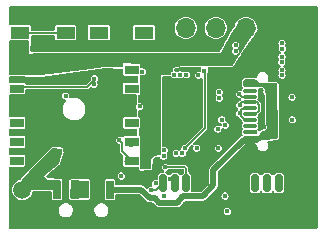
<source format=gbr>
%TF.GenerationSoftware,KiCad,Pcbnew,8.0.5*%
%TF.CreationDate,2024-10-05T23:36:15+02:00*%
%TF.ProjectId,projet s6,70726f6a-6574-4207-9336-2e6b69636164,rev?*%
%TF.SameCoordinates,Original*%
%TF.FileFunction,Copper,L4,Bot*%
%TF.FilePolarity,Positive*%
%FSLAX46Y46*%
G04 Gerber Fmt 4.6, Leading zero omitted, Abs format (unit mm)*
G04 Created by KiCad (PCBNEW 8.0.5) date 2024-10-05 23:36:15*
%MOMM*%
%LPD*%
G01*
G04 APERTURE LIST*
G04 Aperture macros list*
%AMRoundRect*
0 Rectangle with rounded corners*
0 $1 Rounding radius*
0 $2 $3 $4 $5 $6 $7 $8 $9 X,Y pos of 4 corners*
0 Add a 4 corners polygon primitive as box body*
4,1,4,$2,$3,$4,$5,$6,$7,$8,$9,$2,$3,0*
0 Add four circle primitives for the rounded corners*
1,1,$1+$1,$2,$3*
1,1,$1+$1,$4,$5*
1,1,$1+$1,$6,$7*
1,1,$1+$1,$8,$9*
0 Add four rect primitives between the rounded corners*
20,1,$1+$1,$2,$3,$4,$5,0*
20,1,$1+$1,$4,$5,$6,$7,0*
20,1,$1+$1,$6,$7,$8,$9,0*
20,1,$1+$1,$8,$9,$2,$3,0*%
G04 Aperture macros list end*
%TA.AperFunction,ComponentPad*%
%ADD10C,1.500000*%
%TD*%
%TA.AperFunction,SMDPad,CuDef*%
%ADD11RoundRect,0.150000X-0.425000X0.150000X-0.425000X-0.150000X0.425000X-0.150000X0.425000X0.150000X0*%
%TD*%
%TA.AperFunction,SMDPad,CuDef*%
%ADD12RoundRect,0.075000X-0.500000X0.075000X-0.500000X-0.075000X0.500000X-0.075000X0.500000X0.075000X0*%
%TD*%
%TA.AperFunction,ComponentPad*%
%ADD13O,1.800000X1.000000*%
%TD*%
%TA.AperFunction,ComponentPad*%
%ADD14O,2.100000X1.000000*%
%TD*%
%TA.AperFunction,ComponentPad*%
%ADD15R,1.700000X1.700000*%
%TD*%
%TA.AperFunction,ComponentPad*%
%ADD16O,1.700000X1.700000*%
%TD*%
%TA.AperFunction,ComponentPad*%
%ADD17R,1.650000X1.050000*%
%TD*%
%TA.AperFunction,SMDPad,CuDef*%
%ADD18R,1.100000X0.500000*%
%TD*%
%TA.AperFunction,SMDPad,CuDef*%
%ADD19R,1.650000X1.050000*%
%TD*%
%TA.AperFunction,SMDPad,CuDef*%
%ADD20R,1.200000X0.800000*%
%TD*%
%TA.AperFunction,SMDPad,CuDef*%
%ADD21R,0.700000X1.600000*%
%TD*%
%TA.AperFunction,SMDPad,CuDef*%
%ADD22R,0.700000X1.500000*%
%TD*%
%TA.AperFunction,HeatsinkPad*%
%ADD23R,1.000000X0.800000*%
%TD*%
%TA.AperFunction,SMDPad,CuDef*%
%ADD24RoundRect,0.150000X-0.150000X-0.625000X0.150000X-0.625000X0.150000X0.625000X-0.150000X0.625000X0*%
%TD*%
%TA.AperFunction,SMDPad,CuDef*%
%ADD25RoundRect,0.250000X-0.350000X-0.650000X0.350000X-0.650000X0.350000X0.650000X-0.350000X0.650000X0*%
%TD*%
%TA.AperFunction,ViaPad*%
%ADD26C,0.400000*%
%TD*%
%TA.AperFunction,Conductor*%
%ADD27C,0.200000*%
%TD*%
%TA.AperFunction,Conductor*%
%ADD28C,0.150000*%
%TD*%
%TA.AperFunction,Conductor*%
%ADD29C,0.500000*%
%TD*%
G04 APERTURE END LIST*
D10*
%TO.P,TP1,1,1*%
%TO.N,GND*%
X182580000Y-82870000D03*
%TD*%
%TO.P,TP5,1,1*%
%TO.N,BAT+*%
X182610000Y-80680000D03*
%TD*%
D11*
%TO.P,J1,A1,GND*%
%TO.N,GND*%
X201890000Y-70830000D03*
%TO.P,J1,A4,VBUS*%
%TO.N,vusb*%
X201890000Y-71630000D03*
D12*
%TO.P,J1,A5,CC1*%
%TO.N,Net-(J1-CC1)*%
X201890000Y-72780000D03*
%TO.P,J1,A6,D+*%
%TO.N,Net-(J1-D+-PadA6)*%
X201890000Y-73780000D03*
%TO.P,J1,A7,D-*%
%TO.N,Net-(J1-D--PadA7)*%
X201890000Y-74280000D03*
%TO.P,J1,A8,SBU1*%
%TO.N,unconnected-(J1-SBU1-PadA8)*%
X201890000Y-75280000D03*
D11*
%TO.P,J1,A9*%
%TO.N,vusb*%
X201890000Y-76430000D03*
%TO.P,J1,A12*%
%TO.N,GND*%
X201890000Y-77230000D03*
%TO.P,J1,B1*%
X201890000Y-77230000D03*
%TO.P,J1,B4*%
%TO.N,vusb*%
X201890000Y-76430000D03*
D12*
%TO.P,J1,B5,CC2*%
%TO.N,Net-(J1-CC2)*%
X201890000Y-75780000D03*
%TO.P,J1,B6,D+*%
%TO.N,Net-(J1-D+-PadA6)*%
X201890000Y-74780000D03*
%TO.P,J1,B7,D-*%
%TO.N,Net-(J1-D--PadA7)*%
X201890000Y-73280000D03*
%TO.P,J1,B8,SBU2*%
%TO.N,unconnected-(J1-SBU2-PadB8)*%
X201890000Y-72280000D03*
D11*
%TO.P,J1,B9*%
%TO.N,vusb*%
X201890000Y-71630000D03*
%TO.P,J1,B12*%
%TO.N,GND*%
X201890000Y-70830000D03*
D13*
%TO.P,J1,S1,SHIELD*%
X206645000Y-69710000D03*
D14*
X202465000Y-69710000D03*
D13*
X206645000Y-78350000D03*
D14*
X202465000Y-78350000D03*
%TD*%
D15*
%TO.P,J2,1,Pin_1*%
%TO.N,GND*%
X204070000Y-66970000D03*
D16*
%TO.P,J2,2,Pin_2*%
%TO.N,+3.3V*%
X201530000Y-66970000D03*
%TO.P,J2,3,Pin_3*%
%TO.N,OLED_SCL*%
X198990000Y-66970000D03*
%TO.P,J2,4,Pin_4*%
%TO.N,OLED_SDA*%
X196450000Y-66970000D03*
%TD*%
D17*
%TO.P,SW1,1,1*%
%TO.N,GND*%
X189070000Y-65930000D03*
D18*
X190995000Y-68355000D03*
D17*
X192920000Y-65930000D03*
D19*
%TO.P,SW1,2,2*%
%TO.N,Net-(R11-Pad1)*%
X189070000Y-67380000D03*
X192920000Y-67380000D03*
%TD*%
D20*
%TO.P,PA1010D1,1,I2C_SDA*%
%TO.N,unconnected-(PA1010D1-I2C_SDA-Pad1)*%
X191850000Y-70500000D03*
%TO.P,PA1010D1,2,I2C_SCL*%
%TO.N,unconnected-(PA1010D1-I2C_SCL-Pad2)*%
X191850000Y-72100000D03*
%TO.P,PA1010D1,3,1PPS*%
%TO.N,unconnected-(PA1010D1-1PPS-Pad3)*%
X191850000Y-75000000D03*
%TO.P,PA1010D1,4,TX*%
%TO.N,Net-(PA1010D1-TX)*%
X191850000Y-76600000D03*
%TO.P,PA1010D1,5,RX*%
%TO.N,Net-(PA1010D1-RX)*%
X191850000Y-78200000D03*
%TO.P,PA1010D1,6,NRESET*%
%TO.N,unconnected-(PA1010D1-NRESET-Pad6)*%
X182150000Y-78200000D03*
%TO.P,PA1010D1,7,GND*%
%TO.N,GNDGPS*%
X182150000Y-76600000D03*
%TO.P,PA1010D1,8,WAKE_UP*%
%TO.N,unconnected-(PA1010D1-WAKE_UP-Pad8)*%
X182150000Y-75000000D03*
%TO.P,PA1010D1,9,VBACKUP*%
%TO.N,Net-(BT1-+)*%
X182150000Y-72100000D03*
%TO.P,PA1010D1,10,VCC*%
%TO.N,+3.3V*%
X182150000Y-70500000D03*
%TD*%
D21*
%TO.P,SW6,1,C*%
%TO.N,BAT+*%
X185540000Y-80650000D03*
D22*
%TO.P,SW6,2,B*%
%TO.N,vbat*%
X187040000Y-80650000D03*
%TO.P,SW6,3,A*%
%TO.N,vusb*%
X190040000Y-80650000D03*
D23*
%TO.P,SW6,4,S*%
%TO.N,GND*%
X191440000Y-83365000D03*
X191440000Y-81435000D03*
X184140000Y-83365000D03*
X184140000Y-81435000D03*
%TD*%
D17*
%TO.P,SW2,1,1*%
%TO.N,GND*%
X182415000Y-65935000D03*
D18*
X184340000Y-68360000D03*
D17*
X186265000Y-65935000D03*
D19*
%TO.P,SW2,2,2*%
%TO.N,Net-(R10-Pad1)*%
X182415000Y-67385000D03*
X186265000Y-67385000D03*
%TD*%
D24*
%TO.P,J4,1,Pin_1*%
%TO.N,+3.3V*%
X194500000Y-80105000D03*
%TO.P,J4,2,Pin_2*%
%TO.N,USART_RX*%
X195500000Y-80105000D03*
%TO.P,J4,3,Pin_3*%
%TO.N,USART_TX*%
X196500000Y-80105000D03*
%TO.P,J4,4,Pin_4*%
%TO.N,GND*%
X197500000Y-80105000D03*
D25*
%TO.P,J4,MP*%
X193200000Y-82630000D03*
X198800000Y-82630000D03*
%TD*%
D24*
%TO.P,J3,1,Pin_1*%
%TO.N,+3.3V*%
X202320000Y-80105000D03*
%TO.P,J3,2,Pin_2*%
%TO.N,COMPASSCL*%
X203320000Y-80105000D03*
%TO.P,J3,3,Pin_3*%
%TO.N,COMPASSDA*%
X204320000Y-80105000D03*
%TO.P,J3,4,Pin_4*%
%TO.N,GND*%
X205320000Y-80105000D03*
D25*
%TO.P,J3,MP*%
X201020000Y-82630000D03*
X206620000Y-82630000D03*
%TD*%
D26*
%TO.N,+3.3V*%
X193850000Y-71540000D03*
X193870000Y-71980000D03*
X202340000Y-80420000D03*
X199560000Y-69930000D03*
X193200000Y-74420000D03*
X199210000Y-77140000D03*
X181690000Y-68400000D03*
X202330000Y-79700000D03*
X192790000Y-78230000D03*
X198880000Y-69920000D03*
X189890000Y-69460000D03*
X192700000Y-74420000D03*
X199210000Y-69490000D03*
X182220000Y-70510000D03*
X181720000Y-70510000D03*
X192810000Y-74900000D03*
X192850000Y-78680000D03*
X193265953Y-78660289D03*
X181710000Y-69920000D03*
X181710000Y-68900000D03*
X193520000Y-80710000D03*
X193450000Y-71980000D03*
X194190000Y-70450000D03*
X192760000Y-75340000D03*
X193260000Y-78240000D03*
X193710000Y-70460000D03*
%TO.N,Net-(U1-NRST)*%
X200670000Y-68920001D03*
X200670000Y-68419998D03*
X192540000Y-73610000D03*
%TO.N,GNDGPS*%
X182510000Y-76570000D03*
X181810000Y-76570000D03*
%TO.N,Net-(BT1-+)*%
X182100000Y-72020000D03*
X188706280Y-71250688D03*
X188680000Y-71750000D03*
%TO.N,COMPASSCL*%
X199779999Y-75200000D03*
X203340000Y-80380000D03*
%TO.N,COMPASSDA*%
X199492500Y-74737500D03*
X204330000Y-80350000D03*
%TO.N,Net-(J1-CC2)*%
X202300000Y-75780000D03*
%TO.N,Net-(J1-CC1)*%
X200980000Y-72560000D03*
%TO.N,OLED_SCL*%
X196380000Y-77150000D03*
X198030000Y-70580000D03*
%TO.N,Net-(PA1010D1-TX)*%
X191820000Y-76920000D03*
%TO.N,Net-(PA1010D1-RX)*%
X190830000Y-76460000D03*
%TO.N,B2*%
X197380000Y-77140000D03*
X186270000Y-72710000D03*
%TO.N,B1*%
X199161278Y-75529673D03*
X192750000Y-70670000D03*
%TO.N,vusb*%
X190040000Y-80650000D03*
X190020000Y-80180000D03*
X203740000Y-73570000D03*
X203750000Y-74020000D03*
%TO.N,SWDIO*%
X199280000Y-72910000D03*
X204600000Y-70970000D03*
X204590000Y-70550000D03*
%TO.N,SWO*%
X204610000Y-68710000D03*
X197510000Y-70970000D03*
X204600000Y-68260000D03*
%TO.N,SWCLK*%
X204580000Y-69830000D03*
X204590000Y-69400000D03*
X199270000Y-72410000D03*
%TO.N,SPI_CS*%
X199950000Y-82500000D03*
X196135697Y-77586255D03*
%TO.N,SPI_MISO*%
X199770000Y-81200000D03*
X195635746Y-77579078D03*
%TO.N,USART_RX*%
X195460000Y-70930000D03*
X195099999Y-79797502D03*
%TO.N,vbat*%
X187040000Y-80180000D03*
X187900000Y-80180000D03*
X187040000Y-80650000D03*
X187040000Y-81160000D03*
X187930000Y-81110000D03*
X187910000Y-80650000D03*
%TO.N,Net-(U1-PA4)*%
X190980000Y-79500000D03*
X194630000Y-77320000D03*
%TO.N,GND*%
X197690000Y-66930000D03*
X189670000Y-74020000D03*
X186720000Y-78050000D03*
X189670000Y-75020000D03*
X181810000Y-79710000D03*
X188590000Y-73100000D03*
X200270000Y-66260000D03*
X201390000Y-65470000D03*
X192130000Y-79020000D03*
X201030000Y-82480000D03*
X196340000Y-81910000D03*
X186310000Y-80110000D03*
X189790000Y-83640000D03*
X184610000Y-76250000D03*
X206990000Y-83240000D03*
X195640000Y-73670000D03*
X182800000Y-78920000D03*
X200030000Y-78610000D03*
X194070000Y-68020000D03*
X181770000Y-75770000D03*
X182780000Y-72890000D03*
X197390000Y-65470000D03*
X181780000Y-74290000D03*
X204620000Y-71920000D03*
X204040000Y-76820000D03*
X181790000Y-81640000D03*
X200580000Y-81180000D03*
X207390000Y-83640000D03*
X201330000Y-79720000D03*
X198360000Y-83700000D03*
X207390000Y-80940000D03*
X205590000Y-83640000D03*
X191620000Y-73570000D03*
X206090000Y-74640000D03*
X204790000Y-78550000D03*
X194650000Y-75650000D03*
X189390000Y-77540000D03*
X186310000Y-80970000D03*
X197620000Y-73670000D03*
X207390000Y-81840000D03*
X206200000Y-67480000D03*
X181720000Y-66350000D03*
X207390000Y-67500000D03*
X185600000Y-72760000D03*
X184790000Y-83640000D03*
X198450000Y-71920000D03*
X183790000Y-83640000D03*
X206310000Y-82020000D03*
X203680000Y-71060000D03*
X185100000Y-82200000D03*
X190390000Y-65470000D03*
X195640000Y-74660000D03*
X184620000Y-74300000D03*
X188490000Y-68760000D03*
X204790000Y-77640000D03*
X207390000Y-66440000D03*
X203030000Y-75370000D03*
X198450000Y-71430000D03*
X186790000Y-83640000D03*
X190430000Y-79510000D03*
X207390000Y-82740000D03*
X182780000Y-74290000D03*
X206230000Y-66420000D03*
X207390000Y-76640000D03*
X197860000Y-68680000D03*
X196630000Y-75650000D03*
X195390000Y-65470000D03*
X206070000Y-73640000D03*
X185390000Y-65470000D03*
X198450000Y-82020000D03*
X197460000Y-81900000D03*
X202820000Y-79160000D03*
X187790000Y-82040000D03*
X198380000Y-76540000D03*
X186720000Y-72330000D03*
X194650000Y-73670000D03*
X206490000Y-83640000D03*
X183780000Y-77410000D03*
X197620000Y-74660000D03*
X201200000Y-83700000D03*
X195990000Y-79160000D03*
X182780000Y-73590000D03*
X201350000Y-81980000D03*
X185750000Y-79510000D03*
X195640000Y-75650000D03*
X184610000Y-75250000D03*
X187640000Y-67370000D03*
X206070000Y-77640000D03*
X186100000Y-71510000D03*
X184960000Y-79480000D03*
X197280000Y-70470000D03*
X183780000Y-78070000D03*
X194650000Y-74660000D03*
X196970000Y-77820000D03*
X199530000Y-68130000D03*
X189820000Y-73110000D03*
X181800000Y-78920000D03*
X187530000Y-71500000D03*
X187960000Y-73110000D03*
X191720000Y-83660000D03*
X204590000Y-75500000D03*
X192390000Y-65470000D03*
X196630000Y-74660000D03*
X187540000Y-71030000D03*
X194730000Y-67970000D03*
X189830000Y-72180000D03*
X197630000Y-77720000D03*
X197450000Y-82770000D03*
X206990000Y-82030000D03*
X190420000Y-75020000D03*
X206070000Y-75640000D03*
X189390000Y-76600000D03*
X207400000Y-68450000D03*
X206390000Y-65470000D03*
X181830000Y-71310000D03*
X197220000Y-68690000D03*
X188170000Y-74020000D03*
X191470711Y-67074977D03*
X190600000Y-78340000D03*
X203790000Y-83640000D03*
X188440000Y-72330000D03*
X198470000Y-83260000D03*
X184460000Y-65460000D03*
X182770000Y-75770000D03*
X207390000Y-65470000D03*
X186250000Y-78050000D03*
X190900000Y-72200000D03*
X198800000Y-82630000D03*
X198390000Y-65470000D03*
X204690000Y-83640000D03*
X185040000Y-72750000D03*
X192610000Y-83640000D03*
X188170000Y-76830000D03*
X197620000Y-72680000D03*
X191390000Y-65470000D03*
X206090000Y-72650000D03*
X202790000Y-67500000D03*
X205320000Y-80105000D03*
X192440000Y-68750000D03*
X190890000Y-70690000D03*
X185790000Y-83640000D03*
X199690000Y-71430000D03*
X195320000Y-83690000D03*
X186080000Y-68780000D03*
X182780000Y-77410000D03*
X182830000Y-71310000D03*
X187800000Y-82780000D03*
X200390000Y-65470000D03*
X187350000Y-79510000D03*
X207390000Y-74640000D03*
X188150000Y-79510000D03*
X187880000Y-68200000D03*
X187880000Y-68780000D03*
X200270000Y-66810000D03*
X188920000Y-74020000D03*
X194390000Y-65470000D03*
X196340000Y-82780000D03*
X198190000Y-77220000D03*
X195140000Y-66200000D03*
X203390000Y-65470000D03*
X194450425Y-68786961D03*
X195640000Y-72680000D03*
X207390000Y-72640000D03*
X187280000Y-68200000D03*
X194390000Y-83690000D03*
X199070000Y-71430000D03*
X190590000Y-76990000D03*
X191620000Y-73110000D03*
X196390000Y-65470000D03*
X199170000Y-83240000D03*
X191000000Y-67380000D03*
X188790000Y-83640000D03*
X207390000Y-71640000D03*
X199040000Y-71920000D03*
X188920000Y-75020000D03*
X206150000Y-68460000D03*
X189830000Y-70680000D03*
X190100000Y-78930000D03*
X207390000Y-77640000D03*
X195150000Y-66930000D03*
X202840000Y-72250000D03*
X186100000Y-71070000D03*
X181780000Y-73590000D03*
X188170000Y-75020000D03*
X190570000Y-77710000D03*
X202890000Y-83640000D03*
X181780000Y-77410000D03*
X198460000Y-68130000D03*
X201020000Y-77680000D03*
X196670000Y-68190000D03*
X206620000Y-82630000D03*
X199360000Y-83690000D03*
X196630000Y-73670000D03*
X186680000Y-68230000D03*
X200430000Y-79820000D03*
X196330000Y-83690000D03*
X204390000Y-65470000D03*
X190790000Y-83640000D03*
X199390000Y-65470000D03*
X197700000Y-66230000D03*
X207390000Y-79140000D03*
X207390000Y-80040000D03*
X195020000Y-68360000D03*
X191800000Y-71200000D03*
X186860000Y-75830000D03*
X186080000Y-68230000D03*
X193410000Y-68570000D03*
X206040000Y-71710000D03*
X190546733Y-67077157D03*
X187660000Y-66420000D03*
X199140000Y-82000000D03*
X199340000Y-79230000D03*
X181790000Y-83640000D03*
X207390000Y-73640000D03*
X187790000Y-83640000D03*
X181780000Y-72890000D03*
X196630000Y-72680000D03*
X200260000Y-83700000D03*
X202030000Y-83680000D03*
X187390000Y-65470000D03*
X201470000Y-81040000D03*
X190420000Y-74020000D03*
X183040000Y-65490000D03*
X200420000Y-73980000D03*
X202800000Y-66250000D03*
X199800000Y-73810000D03*
X185560000Y-75810000D03*
X205390000Y-65470000D03*
X197420000Y-83690000D03*
X181730000Y-65490000D03*
X202390000Y-65470000D03*
X183820000Y-82220000D03*
X199160000Y-68730000D03*
X207390000Y-75640000D03*
%TO.N,BAT+*%
X185590000Y-77670000D03*
X185090000Y-77670000D03*
X185560000Y-78190000D03*
X185080000Y-78184280D03*
%TO.N,SPI_SCK*%
X194610000Y-81210000D03*
X194575000Y-77840000D03*
%TO.N,Net-(R10-Pad1)*%
X181820000Y-67070000D03*
X182980000Y-67670000D03*
X182980000Y-67070000D03*
X181830000Y-67650000D03*
%TO.N,Net-(R11-Pad1)*%
X189670000Y-67650000D03*
X192300000Y-67630000D03*
X193500000Y-67630000D03*
X188470000Y-67050000D03*
X192300000Y-67030000D03*
X193500000Y-67030000D03*
X188470000Y-67650000D03*
X189670000Y-67050000D03*
%TO.N,Net-(J1-D--PadA7)*%
X201010000Y-73480000D03*
X205460000Y-74750000D03*
%TO.N,Net-(J1-D+-PadA6)*%
X201010000Y-74200000D03*
X205440000Y-72830000D03*
%TO.N,SPI_MOSi*%
X196505000Y-70930000D03*
X193900001Y-80130934D03*
%TO.N,USART_TX*%
X195960000Y-70940000D03*
X194726438Y-78747498D03*
%TD*%
D27*
%TO.N,+3.3V*%
X193520000Y-80710000D02*
X193895000Y-80710000D01*
X193895000Y-80710000D02*
X194500000Y-80105000D01*
D28*
%TO.N,Net-(BT1-+)*%
X182520000Y-72100000D02*
X182210000Y-72030000D01*
X182210000Y-72030000D02*
X182100000Y-72020000D01*
X182670000Y-71950000D02*
X182590000Y-72030000D01*
X188680000Y-71750000D02*
X188680000Y-71390000D01*
X188700000Y-71370000D02*
X188120000Y-71950000D01*
X182590000Y-72030000D02*
X182520000Y-72100000D01*
X188680000Y-71276968D02*
X188680000Y-71750000D01*
X188680000Y-71390000D02*
X188700000Y-71370000D01*
X188706280Y-71250688D02*
X188706280Y-71363720D01*
X188706280Y-71250688D02*
X188680000Y-71276968D01*
X188706280Y-71363720D02*
X188700000Y-71370000D01*
X188120000Y-71950000D02*
X182670000Y-71950000D01*
X182100000Y-72020000D02*
X182150000Y-72100000D01*
%TO.N,Net-(J1-CC1)*%
X201890000Y-72780000D02*
X201200000Y-72780000D01*
X201200000Y-72780000D02*
X200980000Y-72560000D01*
%TO.N,OLED_SCL*%
X198055000Y-70605000D02*
X198055000Y-75475000D01*
X198055000Y-75475000D02*
X196380000Y-77150000D01*
X198030000Y-70580000D02*
X198055000Y-70605000D01*
%TO.N,Net-(PA1010D1-RX)*%
X191070000Y-77420000D02*
X191850000Y-78200000D01*
X191540000Y-78200000D02*
X191340000Y-78200000D01*
X191070000Y-76700000D02*
X191070000Y-77420000D01*
X190830000Y-76460000D02*
X191070000Y-76700000D01*
D29*
%TO.N,vusb*%
X196242182Y-81230000D02*
X197861262Y-81230000D01*
X190040000Y-80650000D02*
X192682182Y-80650000D01*
X193412182Y-81380000D02*
X193820000Y-81380000D01*
X197861262Y-81230000D02*
X198790000Y-80301262D01*
X201362182Y-76430000D02*
X201890000Y-76430000D01*
X198790000Y-79002182D02*
X201362182Y-76430000D01*
X192682182Y-80650000D02*
X193412182Y-81380000D01*
X193820000Y-81380000D02*
X194200000Y-81760000D01*
X198790000Y-80301262D02*
X198790000Y-79002182D01*
X194200000Y-81760000D02*
X195712182Y-81760000D01*
X195712182Y-81760000D02*
X196242182Y-81230000D01*
D28*
%TO.N,USART_RX*%
X195099999Y-79797502D02*
X195192502Y-79797502D01*
X195192502Y-79797502D02*
X195500000Y-80105000D01*
%TO.N,Net-(R10-Pad1)*%
X185805000Y-67385000D02*
X182985000Y-67385000D01*
X182930000Y-67330000D02*
X182875000Y-67385000D01*
X182985000Y-67385000D02*
X182930000Y-67330000D01*
X185860000Y-67330000D02*
X185805000Y-67385000D01*
X182875000Y-67385000D02*
X182415000Y-67385000D01*
X186265000Y-67385000D02*
X185915000Y-67385000D01*
X185915000Y-67385000D02*
X185860000Y-67330000D01*
%TO.N,Net-(J1-D--PadA7)*%
X201890000Y-73280000D02*
X202464999Y-73280000D01*
X202640000Y-73455001D02*
X202640000Y-73975000D01*
X201480000Y-74300000D02*
X202045000Y-74300000D01*
X202335000Y-74280000D02*
X201890000Y-74280000D01*
X201210000Y-73280000D02*
X201010000Y-73480000D01*
X201890000Y-73280000D02*
X201210000Y-73280000D01*
X202640000Y-73975000D02*
X202335000Y-74280000D01*
X202464999Y-73280000D02*
X202640000Y-73455001D01*
%TO.N,Net-(J1-D+-PadA6)*%
X201890000Y-73780000D02*
X201315001Y-73780000D01*
X201010000Y-74200000D02*
X201140000Y-74330000D01*
X201362500Y-73800000D02*
X202045000Y-73800000D01*
X201140000Y-73955001D02*
X201140000Y-74070000D01*
X201140000Y-74460632D02*
X201459368Y-74780000D01*
X201459368Y-74780000D02*
X201890000Y-74780000D01*
X201140000Y-74070000D02*
X201010000Y-74200000D01*
X201140000Y-74330000D02*
X201140000Y-74460632D01*
X201315001Y-73780000D02*
X201140000Y-73955001D01*
%TO.N,USART_TX*%
X196357498Y-78747498D02*
X196500000Y-78890000D01*
X196500000Y-78890000D02*
X196500000Y-80105000D01*
X194726438Y-78747498D02*
X196357498Y-78747498D01*
%TD*%
%TA.AperFunction,Conductor*%
%TO.N,+3.3V*%
G36*
X195310000Y-69170000D02*
G01*
X195323050Y-70337999D01*
X195323049Y-70338000D01*
X195326141Y-70614706D01*
X195305053Y-70667271D01*
X195299713Y-70672220D01*
X195226251Y-70733861D01*
X195173265Y-70825638D01*
X195162032Y-70889347D01*
X195131601Y-70937114D01*
X195086256Y-70950440D01*
X194310000Y-70920000D01*
X194309999Y-70920000D01*
X194328765Y-77291178D01*
X194327642Y-77304242D01*
X194324864Y-77320002D01*
X194324864Y-77320003D01*
X194327812Y-77336728D01*
X194328936Y-77349356D01*
X194329804Y-77643642D01*
X194319889Y-77680861D01*
X194315699Y-77688118D01*
X194270765Y-77722596D01*
X194267119Y-77723474D01*
X193770002Y-77829999D01*
X193769999Y-77830000D01*
X193530000Y-78029999D01*
X193529999Y-78030001D01*
X193474550Y-78852498D01*
X193449406Y-78903248D01*
X193402362Y-78921503D01*
X192645912Y-78938313D01*
X192593118Y-78917806D01*
X192570286Y-78865975D01*
X192570268Y-78864070D01*
X192570309Y-78852498D01*
X192580000Y-76110000D01*
X192579998Y-76109999D01*
X192517595Y-76105199D01*
X192467086Y-76079575D01*
X192449276Y-76032210D01*
X192444272Y-75563517D01*
X192465385Y-75510967D01*
X192483263Y-75498884D01*
X192483153Y-75498719D01*
X192522454Y-75472459D01*
X192522453Y-75472459D01*
X192522457Y-75472457D01*
X192544669Y-75439213D01*
X192550500Y-75409899D01*
X192550499Y-74590102D01*
X192544669Y-74560787D01*
X192544668Y-74560786D01*
X192544668Y-74560784D01*
X192522459Y-74527545D01*
X192522456Y-74527542D01*
X192489213Y-74505331D01*
X192482479Y-74502542D01*
X192483423Y-74500262D01*
X192444679Y-74474372D01*
X192432214Y-74434055D01*
X192427422Y-73985287D01*
X192448536Y-73932736D01*
X192500628Y-73910504D01*
X192501418Y-73910500D01*
X192592988Y-73910500D01*
X192592988Y-73910499D01*
X192692568Y-73874256D01*
X192773748Y-73806138D01*
X192826734Y-73714363D01*
X192845136Y-73610000D01*
X192826734Y-73505637D01*
X192773748Y-73413862D01*
X192773747Y-73413860D01*
X192692570Y-73345745D01*
X192692567Y-73345743D01*
X192592988Y-73309500D01*
X192592986Y-73309500D01*
X192494000Y-73309500D01*
X192441674Y-73287826D01*
X192420000Y-73235500D01*
X192420000Y-72678526D01*
X192441674Y-72626200D01*
X192488324Y-72604744D01*
X192550000Y-72600000D01*
X192549411Y-72523231D01*
X192550330Y-72513534D01*
X192550143Y-72513516D01*
X192550497Y-72509912D01*
X192550500Y-72509899D01*
X192550499Y-71690102D01*
X192550499Y-71690101D01*
X192550499Y-71690098D01*
X192544094Y-71657894D01*
X192542674Y-71644031D01*
X192537883Y-71018828D01*
X192559156Y-70966340D01*
X192611314Y-70944265D01*
X192637187Y-70948725D01*
X192677284Y-70963319D01*
X192697013Y-70970500D01*
X192697014Y-70970500D01*
X192802988Y-70970500D01*
X192802988Y-70970499D01*
X192902568Y-70934256D01*
X192983748Y-70866138D01*
X193036734Y-70774363D01*
X193055136Y-70670000D01*
X193036734Y-70565637D01*
X192983748Y-70473862D01*
X192983747Y-70473860D01*
X192902570Y-70405745D01*
X192902567Y-70405743D01*
X192802988Y-70369500D01*
X192802986Y-70369500D01*
X192697014Y-70369500D01*
X192649807Y-70386681D01*
X192593224Y-70384209D01*
X192554961Y-70342451D01*
X192550499Y-70317143D01*
X192550499Y-70090102D01*
X192550499Y-70090101D01*
X192544669Y-70060787D01*
X192542675Y-70057803D01*
X192530208Y-70017262D01*
X192530000Y-69990000D01*
X192540000Y-69150000D01*
X195310000Y-69170000D01*
G37*
%TD.AperFunction*%
%TD*%
%TA.AperFunction,Conductor*%
%TO.N,vusb*%
G36*
X202455373Y-71369685D02*
G01*
X202463212Y-71375161D01*
X202593680Y-71474000D01*
X202760000Y-71600000D01*
X202990000Y-71650000D01*
X204078119Y-71650000D01*
X204145158Y-71669685D01*
X204190913Y-71722489D01*
X204202101Y-71771863D01*
X204209985Y-72229180D01*
X204210002Y-72230940D01*
X204219999Y-75519623D01*
X204220000Y-75520000D01*
X204220000Y-76216145D01*
X204200315Y-76283184D01*
X204147511Y-76328939D01*
X204106560Y-76339695D01*
X203049996Y-76430000D01*
X203021725Y-76437440D01*
X203010413Y-76440417D01*
X202978858Y-76444500D01*
X202902399Y-76444500D01*
X202781464Y-76476905D01*
X202781462Y-76476905D01*
X202781462Y-76476906D01*
X202720212Y-76512267D01*
X202689777Y-76524794D01*
X202670001Y-76529998D01*
X202505895Y-76685900D01*
X202443734Y-76717802D01*
X202420490Y-76720000D01*
X201464000Y-76720000D01*
X201396961Y-76700315D01*
X201351206Y-76647511D01*
X201340000Y-76596000D01*
X201340000Y-76261105D01*
X201359685Y-76194066D01*
X201412489Y-76148311D01*
X201461071Y-76137140D01*
X202610000Y-76110000D01*
X202868808Y-75725284D01*
X202922560Y-75680649D01*
X202971693Y-75670500D01*
X203082983Y-75670500D01*
X203082986Y-75670500D01*
X203165020Y-75640642D01*
X203182566Y-75634257D01*
X203182568Y-75634256D01*
X203263748Y-75566138D01*
X203316734Y-75474363D01*
X203335136Y-75370000D01*
X203316734Y-75265637D01*
X203273855Y-75191368D01*
X203257247Y-75130187D01*
X203240000Y-72500000D01*
X203236294Y-72496318D01*
X203181792Y-72480315D01*
X203136037Y-72427511D01*
X203126093Y-72358353D01*
X203126715Y-72354467D01*
X203126733Y-72354364D01*
X203126734Y-72354363D01*
X203145136Y-72250000D01*
X203126734Y-72145637D01*
X203121472Y-72136523D01*
X203073750Y-72053865D01*
X203073749Y-72053864D01*
X203073748Y-72053862D01*
X203044714Y-72029500D01*
X202992568Y-71985743D01*
X202992566Y-71985742D01*
X202904545Y-71953707D01*
X202892986Y-71949500D01*
X202787014Y-71949500D01*
X202787009Y-71949500D01*
X202775452Y-71953707D01*
X202705723Y-71958136D01*
X202685498Y-71950000D01*
X202680000Y-71950000D01*
X201454000Y-71950000D01*
X201386961Y-71930315D01*
X201341206Y-71877511D01*
X201330000Y-71826000D01*
X201330000Y-71474000D01*
X201349685Y-71406961D01*
X201402489Y-71361206D01*
X201454000Y-71350000D01*
X202388334Y-71350000D01*
X202455373Y-71369685D01*
G37*
%TD.AperFunction*%
%TD*%
%TA.AperFunction,Conductor*%
%TO.N,GND*%
G36*
X196267539Y-78942683D02*
G01*
X196313294Y-78995487D01*
X196324500Y-79046998D01*
X196324500Y-79131256D01*
X196304815Y-79198295D01*
X196261478Y-79235846D01*
X196262415Y-79237248D01*
X196169399Y-79299398D01*
X196107249Y-79392415D01*
X196106016Y-79391591D01*
X196070719Y-79435391D01*
X196004424Y-79457455D01*
X195936725Y-79440175D01*
X195889115Y-79389037D01*
X195886137Y-79382516D01*
X195885966Y-79382260D01*
X195830601Y-79299399D01*
X195747740Y-79244034D01*
X195747739Y-79244033D01*
X195747735Y-79244032D01*
X195674677Y-79229500D01*
X195674674Y-79229500D01*
X195325326Y-79229500D01*
X195325323Y-79229500D01*
X195252264Y-79244032D01*
X195252260Y-79244033D01*
X195169399Y-79299399D01*
X195107249Y-79392415D01*
X195106016Y-79391591D01*
X195070719Y-79435391D01*
X195004424Y-79457455D01*
X194936725Y-79440175D01*
X194889115Y-79389037D01*
X194886137Y-79382516D01*
X194833583Y-79303862D01*
X194830601Y-79299399D01*
X194830600Y-79299398D01*
X194772428Y-79260529D01*
X194727623Y-79206917D01*
X194718916Y-79137592D01*
X194749071Y-79074564D01*
X194798906Y-79040907D01*
X194879006Y-79011754D01*
X194950207Y-78952008D01*
X195014215Y-78923996D01*
X195029913Y-78922998D01*
X196200500Y-78922998D01*
X196267539Y-78942683D01*
G37*
%TD.AperFunction*%
%TA.AperFunction,Conductor*%
G36*
X202894926Y-72062475D02*
G01*
X202918453Y-72071038D01*
X202955752Y-72092573D01*
X202974935Y-72108670D01*
X203002614Y-72141655D01*
X203015134Y-72163339D01*
X203029863Y-72203809D01*
X203034187Y-72228330D01*
X203034212Y-72228470D01*
X203034211Y-72271530D01*
X203024431Y-72326998D01*
X203024384Y-72327184D01*
X203022711Y-72336754D01*
X203022680Y-72336930D01*
X203018641Y-72359834D01*
X203021527Y-72368216D01*
X203021609Y-72372511D01*
X203021666Y-72373363D01*
X203031610Y-72442526D01*
X203056304Y-72496597D01*
X203056309Y-72496604D01*
X203105087Y-72552898D01*
X203134112Y-72616454D01*
X203135371Y-72633287D01*
X203151748Y-75130876D01*
X203155432Y-75157827D01*
X203172038Y-75218999D01*
X203172040Y-75219006D01*
X203182489Y-75244118D01*
X203182492Y-75244123D01*
X203182495Y-75244130D01*
X203205134Y-75283341D01*
X203219863Y-75323808D01*
X203224211Y-75348466D01*
X203224211Y-75391532D01*
X203219863Y-75416190D01*
X203205134Y-75456658D01*
X203192614Y-75478343D01*
X203164935Y-75511330D01*
X203145757Y-75527423D01*
X203108461Y-75548956D01*
X203084930Y-75557521D01*
X203042518Y-75565000D01*
X202971681Y-75565000D01*
X202952321Y-75566979D01*
X202950351Y-75567181D01*
X202950343Y-75567182D01*
X202950333Y-75567184D01*
X202901218Y-75577329D01*
X202855163Y-75599482D01*
X202801409Y-75644119D01*
X202781260Y-75666410D01*
X202779470Y-75668699D01*
X202778680Y-75669264D01*
X202778302Y-75669683D01*
X202778210Y-75669600D01*
X202722660Y-75709374D01*
X202652878Y-75712879D01*
X202592280Y-75678100D01*
X202574415Y-75654300D01*
X202564152Y-75636524D01*
X202533748Y-75583862D01*
X202533745Y-75583860D01*
X202532624Y-75581917D01*
X202516151Y-75514017D01*
X202536908Y-75451026D01*
X202555317Y-75423477D01*
X202556767Y-75416190D01*
X202565499Y-75372288D01*
X202565500Y-75372286D01*
X202565500Y-75187713D01*
X202565499Y-75187711D01*
X202555318Y-75136524D01*
X202555317Y-75136523D01*
X202530172Y-75098891D01*
X202509294Y-75032214D01*
X202527778Y-74964834D01*
X202530172Y-74961109D01*
X202537269Y-74950487D01*
X202555317Y-74923477D01*
X202555317Y-74923475D01*
X202555318Y-74923475D01*
X202565499Y-74872288D01*
X202565500Y-74872286D01*
X202565500Y-74687713D01*
X202565499Y-74687711D01*
X202555318Y-74636524D01*
X202555317Y-74636523D01*
X202530172Y-74598891D01*
X202509294Y-74532214D01*
X202527778Y-74464834D01*
X202530172Y-74461109D01*
X202546281Y-74437000D01*
X202555317Y-74423477D01*
X202555317Y-74423475D01*
X202555318Y-74423475D01*
X202564860Y-74375500D01*
X202565500Y-74372284D01*
X202565500Y-74349057D01*
X202585185Y-74282018D01*
X202601819Y-74261376D01*
X202663196Y-74199999D01*
X202788782Y-74074413D01*
X202815500Y-74009909D01*
X202815500Y-73940091D01*
X202815500Y-73504352D01*
X202815501Y-73504343D01*
X202815501Y-73420093D01*
X202815501Y-73420092D01*
X202788782Y-73355588D01*
X202788780Y-73355586D01*
X202788780Y-73355585D01*
X202555776Y-73122582D01*
X202556752Y-73121605D01*
X202520456Y-73078172D01*
X202511750Y-73008847D01*
X202531052Y-72959792D01*
X202555317Y-72923477D01*
X202555318Y-72923475D01*
X202565499Y-72872288D01*
X202565500Y-72872286D01*
X202565500Y-72687713D01*
X202565499Y-72687711D01*
X202555318Y-72636524D01*
X202555317Y-72636523D01*
X202530172Y-72598891D01*
X202509294Y-72532214D01*
X202527778Y-72464834D01*
X202530172Y-72461109D01*
X202540440Y-72445742D01*
X202555317Y-72423477D01*
X202555317Y-72423475D01*
X202555318Y-72423475D01*
X202565499Y-72372288D01*
X202565500Y-72372286D01*
X202565500Y-72185332D01*
X202585185Y-72118293D01*
X202637989Y-72072538D01*
X202707147Y-72062594D01*
X202709147Y-72062898D01*
X202712411Y-72063424D01*
X202782140Y-72058995D01*
X202788669Y-72057628D01*
X202814067Y-72055000D01*
X202852521Y-72055000D01*
X202894926Y-72062475D01*
G37*
%TD.AperFunction*%
%TA.AperFunction,Conductor*%
G36*
X207592539Y-65170185D02*
G01*
X207638294Y-65222989D01*
X207649500Y-65274500D01*
X207649500Y-83825500D01*
X207629815Y-83892539D01*
X207577011Y-83938294D01*
X207525500Y-83949500D01*
X181574500Y-83949500D01*
X181507461Y-83929815D01*
X181461706Y-83877011D01*
X181450500Y-83825500D01*
X181450500Y-82320943D01*
X185689500Y-82320943D01*
X185689500Y-82479057D01*
X185723076Y-82604362D01*
X185730423Y-82631783D01*
X185730426Y-82631790D01*
X185809475Y-82768709D01*
X185809479Y-82768714D01*
X185809480Y-82768716D01*
X185921284Y-82880520D01*
X185921286Y-82880521D01*
X185921290Y-82880524D01*
X186058209Y-82959573D01*
X186058216Y-82959577D01*
X186210943Y-83000500D01*
X186210945Y-83000500D01*
X186369055Y-83000500D01*
X186369057Y-83000500D01*
X186521784Y-82959577D01*
X186658716Y-82880520D01*
X186770520Y-82768716D01*
X186849577Y-82631784D01*
X186890500Y-82479057D01*
X186890500Y-82320943D01*
X188689500Y-82320943D01*
X188689500Y-82479057D01*
X188723076Y-82604362D01*
X188730423Y-82631783D01*
X188730426Y-82631790D01*
X188809475Y-82768709D01*
X188809479Y-82768714D01*
X188809480Y-82768716D01*
X188921284Y-82880520D01*
X188921286Y-82880521D01*
X188921290Y-82880524D01*
X189058209Y-82959573D01*
X189058216Y-82959577D01*
X189210943Y-83000500D01*
X189210945Y-83000500D01*
X189369055Y-83000500D01*
X189369057Y-83000500D01*
X189521784Y-82959577D01*
X189658716Y-82880520D01*
X189770520Y-82768716D01*
X189849577Y-82631784D01*
X189884889Y-82499999D01*
X199644864Y-82499999D01*
X199644864Y-82500000D01*
X199663266Y-82604362D01*
X199663268Y-82604368D01*
X199716249Y-82696134D01*
X199716250Y-82696135D01*
X199716252Y-82696138D01*
X199752538Y-82726585D01*
X199797431Y-82764256D01*
X199797433Y-82764257D01*
X199838449Y-82779184D01*
X199897014Y-82800500D01*
X199897017Y-82800500D01*
X200002983Y-82800500D01*
X200002986Y-82800500D01*
X200090333Y-82768709D01*
X200102566Y-82764257D01*
X200102568Y-82764256D01*
X200183748Y-82696138D01*
X200236734Y-82604363D01*
X200255136Y-82500000D01*
X200236734Y-82395637D01*
X200183748Y-82303862D01*
X200156069Y-82280636D01*
X200102568Y-82235743D01*
X200102566Y-82235742D01*
X200020533Y-82205886D01*
X200002986Y-82199500D01*
X199897014Y-82199500D01*
X199897011Y-82199500D01*
X199897011Y-82199501D01*
X199797433Y-82235742D01*
X199797431Y-82235743D01*
X199716254Y-82303860D01*
X199716249Y-82303865D01*
X199663268Y-82395631D01*
X199663266Y-82395637D01*
X199644864Y-82499999D01*
X189884889Y-82499999D01*
X189890500Y-82479057D01*
X189890500Y-82320943D01*
X189849577Y-82168216D01*
X189816255Y-82110500D01*
X189770524Y-82031290D01*
X189770518Y-82031282D01*
X189658717Y-81919481D01*
X189658709Y-81919475D01*
X189521790Y-81840426D01*
X189521786Y-81840424D01*
X189521784Y-81840423D01*
X189369057Y-81799500D01*
X189210943Y-81799500D01*
X189058216Y-81840423D01*
X189058209Y-81840426D01*
X188921290Y-81919475D01*
X188921282Y-81919481D01*
X188809481Y-82031282D01*
X188809475Y-82031290D01*
X188730426Y-82168209D01*
X188730423Y-82168216D01*
X188689500Y-82320943D01*
X186890500Y-82320943D01*
X186849577Y-82168216D01*
X186816255Y-82110500D01*
X186770524Y-82031290D01*
X186770518Y-82031282D01*
X186658717Y-81919481D01*
X186658709Y-81919475D01*
X186521790Y-81840426D01*
X186521786Y-81840424D01*
X186521784Y-81840423D01*
X186369057Y-81799500D01*
X186210943Y-81799500D01*
X186058216Y-81840423D01*
X186058209Y-81840426D01*
X185921290Y-81919475D01*
X185921282Y-81919481D01*
X185809481Y-82031282D01*
X185809475Y-82031290D01*
X185730426Y-82168209D01*
X185730423Y-82168216D01*
X185689500Y-82320943D01*
X181450500Y-82320943D01*
X181450500Y-80680000D01*
X181754815Y-80680000D01*
X181773503Y-80857805D01*
X181773504Y-80857807D01*
X181828747Y-81027829D01*
X181828750Y-81027835D01*
X181918141Y-81182665D01*
X181933749Y-81199999D01*
X182037764Y-81315521D01*
X182037767Y-81315523D01*
X182037770Y-81315526D01*
X182182407Y-81420612D01*
X182345733Y-81493329D01*
X182520609Y-81530500D01*
X182520610Y-81530500D01*
X182699389Y-81530500D01*
X182699391Y-81530500D01*
X182874267Y-81493329D01*
X183037593Y-81420612D01*
X183182230Y-81315526D01*
X183183278Y-81314363D01*
X183228654Y-81263967D01*
X183301859Y-81182665D01*
X183391250Y-81027835D01*
X183444009Y-80865458D01*
X183483445Y-80807785D01*
X183547803Y-80780586D01*
X183563125Y-80779784D01*
X184966698Y-80793346D01*
X185033544Y-80813677D01*
X185078787Y-80866921D01*
X185089500Y-80917340D01*
X185089500Y-81459894D01*
X185089501Y-81459902D01*
X185095330Y-81489212D01*
X185117542Y-81522457D01*
X185134219Y-81533599D01*
X185150787Y-81544669D01*
X185150790Y-81544669D01*
X185150791Y-81544670D01*
X185160647Y-81546630D01*
X185180101Y-81550500D01*
X185899898Y-81550499D01*
X185929213Y-81544669D01*
X185962457Y-81522457D01*
X185984669Y-81489213D01*
X185990500Y-81459899D01*
X185990500Y-81305749D01*
X186574991Y-81305749D01*
X186574991Y-81305750D01*
X186582630Y-81345870D01*
X186584336Y-81351681D01*
X186582759Y-81352143D01*
X186589500Y-81386960D01*
X186589500Y-81409893D01*
X186589501Y-81409903D01*
X186595330Y-81439212D01*
X186617542Y-81472457D01*
X186634219Y-81483599D01*
X186650787Y-81494669D01*
X186650790Y-81494669D01*
X186650791Y-81494670D01*
X186660647Y-81496630D01*
X186680101Y-81500500D01*
X187399898Y-81500499D01*
X187414352Y-81497624D01*
X187440118Y-81495252D01*
X188165172Y-81504549D01*
X188205300Y-81497174D01*
X188257525Y-81476535D01*
X188272076Y-81469450D01*
X188315398Y-81420720D01*
X188338107Y-81368835D01*
X188346938Y-81328630D01*
X188373989Y-79967090D01*
X188374000Y-79966468D01*
X188374014Y-79965466D01*
X188366247Y-79924236D01*
X188352359Y-79890098D01*
X189589500Y-79890098D01*
X189589500Y-81409894D01*
X189589501Y-81409902D01*
X189595330Y-81439212D01*
X189617542Y-81472457D01*
X189634219Y-81483599D01*
X189650787Y-81494669D01*
X189650790Y-81494669D01*
X189650791Y-81494670D01*
X189660647Y-81496630D01*
X189680101Y-81500500D01*
X190399898Y-81500499D01*
X190429213Y-81494669D01*
X190462457Y-81472457D01*
X190484669Y-81439213D01*
X190484670Y-81439208D01*
X190490500Y-81409901D01*
X190490500Y-81124500D01*
X190510185Y-81057461D01*
X190562989Y-81011706D01*
X190614500Y-81000500D01*
X192485638Y-81000500D01*
X192552677Y-81020185D01*
X192573319Y-81036819D01*
X193196970Y-81660470D01*
X193276894Y-81706614D01*
X193366038Y-81730500D01*
X193623456Y-81730500D01*
X193690495Y-81750185D01*
X193711137Y-81766819D01*
X193984788Y-82040470D01*
X194064712Y-82086614D01*
X194153856Y-82110500D01*
X194153858Y-82110500D01*
X195758324Y-82110500D01*
X195758326Y-82110500D01*
X195847470Y-82086614D01*
X195927394Y-82040470D01*
X196351045Y-81616819D01*
X196412368Y-81583334D01*
X196438726Y-81580500D01*
X197907404Y-81580500D01*
X197907406Y-81580500D01*
X197996550Y-81556614D01*
X198007140Y-81550500D01*
X198076474Y-81510470D01*
X198386945Y-81199999D01*
X199464864Y-81199999D01*
X199464864Y-81200000D01*
X199483266Y-81304362D01*
X199483268Y-81304368D01*
X199536249Y-81396134D01*
X199536250Y-81396135D01*
X199536252Y-81396138D01*
X199565548Y-81420720D01*
X199617431Y-81464256D01*
X199617433Y-81464257D01*
X199651169Y-81476535D01*
X199717014Y-81500500D01*
X199717017Y-81500500D01*
X199822983Y-81500500D01*
X199822986Y-81500500D01*
X199908300Y-81469449D01*
X199922566Y-81464257D01*
X199922568Y-81464256D01*
X199927766Y-81459894D01*
X200003748Y-81396138D01*
X200056734Y-81304363D01*
X200075136Y-81200000D01*
X200056734Y-81095637D01*
X200034693Y-81057461D01*
X200003750Y-81003865D01*
X200003749Y-81003864D01*
X200003748Y-81003862D01*
X199968465Y-80974256D01*
X199922568Y-80935743D01*
X199922566Y-80935742D01*
X199833663Y-80903386D01*
X199822986Y-80899500D01*
X199717014Y-80899500D01*
X199717011Y-80899500D01*
X199717011Y-80899501D01*
X199617433Y-80935742D01*
X199617431Y-80935743D01*
X199536254Y-81003860D01*
X199536249Y-81003865D01*
X199483268Y-81095631D01*
X199483266Y-81095637D01*
X199464864Y-81199999D01*
X198386945Y-81199999D01*
X199070470Y-80516474D01*
X199116614Y-80436550D01*
X199117985Y-80431434D01*
X199140500Y-80347406D01*
X199140500Y-79455321D01*
X201919500Y-79455321D01*
X201919500Y-80754678D01*
X201934032Y-80827735D01*
X201934033Y-80827739D01*
X201934034Y-80827740D01*
X201989399Y-80910601D01*
X202050589Y-80951486D01*
X202072260Y-80965966D01*
X202072264Y-80965967D01*
X202145321Y-80980499D01*
X202145324Y-80980500D01*
X202145326Y-80980500D01*
X202494676Y-80980500D01*
X202494677Y-80980499D01*
X202567740Y-80965966D01*
X202650601Y-80910601D01*
X202705966Y-80827740D01*
X202705966Y-80827739D01*
X202712751Y-80817585D01*
X202713984Y-80818409D01*
X202749278Y-80774610D01*
X202815571Y-80752544D01*
X202883271Y-80769822D01*
X202930883Y-80820958D01*
X202933862Y-80827482D01*
X202934033Y-80827739D01*
X202934034Y-80827740D01*
X202989399Y-80910601D01*
X203050589Y-80951486D01*
X203072260Y-80965966D01*
X203072264Y-80965967D01*
X203145321Y-80980499D01*
X203145324Y-80980500D01*
X203145326Y-80980500D01*
X203494676Y-80980500D01*
X203494677Y-80980499D01*
X203567740Y-80965966D01*
X203650601Y-80910601D01*
X203705966Y-80827740D01*
X203705966Y-80827739D01*
X203712751Y-80817585D01*
X203713984Y-80818409D01*
X203749278Y-80774610D01*
X203815571Y-80752544D01*
X203883271Y-80769822D01*
X203930883Y-80820958D01*
X203933862Y-80827482D01*
X203934033Y-80827739D01*
X203934034Y-80827740D01*
X203989399Y-80910601D01*
X204050589Y-80951486D01*
X204072260Y-80965966D01*
X204072264Y-80965967D01*
X204145321Y-80980499D01*
X204145324Y-80980500D01*
X204145326Y-80980500D01*
X204494676Y-80980500D01*
X204494677Y-80980499D01*
X204567740Y-80965966D01*
X204650601Y-80910601D01*
X204705966Y-80827740D01*
X204720500Y-80754674D01*
X204720500Y-79455326D01*
X204720500Y-79455323D01*
X204720499Y-79455321D01*
X204705967Y-79382264D01*
X204705966Y-79382260D01*
X204650601Y-79299399D01*
X204567740Y-79244034D01*
X204567739Y-79244033D01*
X204567735Y-79244032D01*
X204494677Y-79229500D01*
X204494674Y-79229500D01*
X204145326Y-79229500D01*
X204145323Y-79229500D01*
X204072264Y-79244032D01*
X204072260Y-79244033D01*
X203989399Y-79299399D01*
X203927249Y-79392415D01*
X203926016Y-79391591D01*
X203890719Y-79435391D01*
X203824424Y-79457455D01*
X203756725Y-79440175D01*
X203709115Y-79389037D01*
X203706137Y-79382516D01*
X203705966Y-79382260D01*
X203650601Y-79299399D01*
X203567740Y-79244034D01*
X203567739Y-79244033D01*
X203567735Y-79244032D01*
X203494677Y-79229500D01*
X203494674Y-79229500D01*
X203145326Y-79229500D01*
X203145323Y-79229500D01*
X203072264Y-79244032D01*
X203072260Y-79244033D01*
X202989399Y-79299399D01*
X202927249Y-79392415D01*
X202926016Y-79391591D01*
X202890719Y-79435391D01*
X202824424Y-79457455D01*
X202756725Y-79440175D01*
X202709115Y-79389037D01*
X202706137Y-79382516D01*
X202705966Y-79382260D01*
X202650601Y-79299399D01*
X202567740Y-79244034D01*
X202567739Y-79244033D01*
X202567735Y-79244032D01*
X202494677Y-79229500D01*
X202494674Y-79229500D01*
X202145326Y-79229500D01*
X202145323Y-79229500D01*
X202072264Y-79244032D01*
X202072260Y-79244033D01*
X201989399Y-79299399D01*
X201934033Y-79382260D01*
X201934032Y-79382264D01*
X201919500Y-79455321D01*
X199140500Y-79455321D01*
X199140500Y-79198726D01*
X199160185Y-79131687D01*
X199176819Y-79111045D01*
X201421045Y-76866819D01*
X201482368Y-76833334D01*
X201508726Y-76830500D01*
X202339673Y-76830500D01*
X202339674Y-76830500D01*
X202341302Y-76830176D01*
X202342173Y-76830254D01*
X202345739Y-76829903D01*
X202345805Y-76830578D01*
X202410893Y-76836399D01*
X202466073Y-76879259D01*
X202489322Y-76945148D01*
X202489500Y-76951792D01*
X202489500Y-76982601D01*
X202521905Y-77103536D01*
X202584505Y-77211964D01*
X202673036Y-77300495D01*
X202781464Y-77363095D01*
X202902399Y-77395500D01*
X202902401Y-77395500D01*
X203027599Y-77395500D01*
X203027601Y-77395500D01*
X203148536Y-77363095D01*
X203256964Y-77300495D01*
X203345495Y-77211964D01*
X203408095Y-77103536D01*
X203440500Y-76982601D01*
X203440500Y-76857399D01*
X203408095Y-76736464D01*
X203378431Y-76685084D01*
X203361959Y-76617186D01*
X203384812Y-76551159D01*
X203439733Y-76507968D01*
X203475255Y-76499536D01*
X204115544Y-76444812D01*
X204133361Y-76441734D01*
X204174312Y-76430978D01*
X204216599Y-76408671D01*
X204269403Y-76362916D01*
X204301541Y-76312908D01*
X204321226Y-76245869D01*
X204325500Y-76216145D01*
X204325500Y-75519720D01*
X204325499Y-75519343D01*
X204325499Y-75519302D01*
X204325475Y-75511330D01*
X204323161Y-74750000D01*
X205154864Y-74750000D01*
X205160740Y-74783327D01*
X205173266Y-74854362D01*
X205173268Y-74854368D01*
X205226249Y-74946134D01*
X205226250Y-74946135D01*
X205226252Y-74946138D01*
X205244094Y-74961109D01*
X205307431Y-75014256D01*
X205307433Y-75014257D01*
X205334954Y-75024273D01*
X205407014Y-75050500D01*
X205407017Y-75050500D01*
X205512983Y-75050500D01*
X205512986Y-75050500D01*
X205595915Y-75020317D01*
X205612566Y-75014257D01*
X205612568Y-75014256D01*
X205693748Y-74946138D01*
X205746734Y-74854363D01*
X205765136Y-74750000D01*
X205764608Y-74747008D01*
X205754966Y-74692323D01*
X205746734Y-74645637D01*
X205741472Y-74636523D01*
X205693750Y-74553865D01*
X205693749Y-74553864D01*
X205693748Y-74553862D01*
X205653771Y-74520317D01*
X205612568Y-74485743D01*
X205612566Y-74485742D01*
X205530533Y-74455886D01*
X205512986Y-74449500D01*
X205407014Y-74449500D01*
X205407011Y-74449500D01*
X205407011Y-74449501D01*
X205307433Y-74485742D01*
X205307431Y-74485743D01*
X205226254Y-74553860D01*
X205226249Y-74553865D01*
X205173268Y-74645631D01*
X205173266Y-74645637D01*
X205155392Y-74747008D01*
X205154864Y-74750000D01*
X204323161Y-74750000D01*
X204317325Y-72830000D01*
X205134864Y-72830000D01*
X205148288Y-72906134D01*
X205153266Y-72934362D01*
X205153268Y-72934368D01*
X205206249Y-73026134D01*
X205206250Y-73026135D01*
X205206252Y-73026138D01*
X205238476Y-73053177D01*
X205287431Y-73094256D01*
X205287433Y-73094257D01*
X205320067Y-73106134D01*
X205387014Y-73130500D01*
X205387017Y-73130500D01*
X205492983Y-73130500D01*
X205492986Y-73130500D01*
X205575020Y-73100642D01*
X205592566Y-73094257D01*
X205592568Y-73094256D01*
X205673748Y-73026138D01*
X205726734Y-72934363D01*
X205745136Y-72830000D01*
X205726734Y-72725637D01*
X205717705Y-72709999D01*
X205673750Y-72633865D01*
X205673749Y-72633864D01*
X205673748Y-72633862D01*
X205633989Y-72600500D01*
X205592568Y-72565743D01*
X205592566Y-72565742D01*
X205510533Y-72535886D01*
X205492986Y-72529500D01*
X205387014Y-72529500D01*
X205387011Y-72529500D01*
X205387011Y-72529501D01*
X205287433Y-72565742D01*
X205287431Y-72565743D01*
X205206254Y-72633860D01*
X205206249Y-72633865D01*
X205153268Y-72725631D01*
X205153266Y-72725637D01*
X205135877Y-72824257D01*
X205134864Y-72830000D01*
X204317325Y-72830000D01*
X204315504Y-72230881D01*
X204315496Y-72229773D01*
X204315496Y-72229772D01*
X204315482Y-72228330D01*
X204315480Y-72228161D01*
X204315469Y-72227361D01*
X204307585Y-71770044D01*
X204305749Y-71754815D01*
X204304994Y-71748550D01*
X204293806Y-71699176D01*
X204293804Y-71699172D01*
X204270646Y-71653402D01*
X204270640Y-71653395D01*
X204224892Y-71600599D01*
X204224891Y-71600598D01*
X204224890Y-71600597D01*
X204174882Y-71568459D01*
X204107848Y-71548775D01*
X204107844Y-71548774D01*
X204107843Y-71548774D01*
X204078119Y-71544500D01*
X204078115Y-71544500D01*
X203495296Y-71544500D01*
X203428257Y-71524815D01*
X203382502Y-71472011D01*
X203372558Y-71402853D01*
X203387908Y-71358501D01*
X203389900Y-71355051D01*
X203408095Y-71323536D01*
X203440500Y-71202601D01*
X203440500Y-71077399D01*
X203408095Y-70956464D01*
X203345495Y-70848036D01*
X203256964Y-70759505D01*
X203148536Y-70696905D01*
X203148537Y-70696905D01*
X203108224Y-70686103D01*
X203027601Y-70664500D01*
X202902399Y-70664500D01*
X202821775Y-70686103D01*
X202781463Y-70696905D01*
X202673037Y-70759504D01*
X202673034Y-70759506D01*
X202584506Y-70848034D01*
X202584504Y-70848037D01*
X202521905Y-70956463D01*
X202510106Y-71000499D01*
X202495623Y-71054550D01*
X202489500Y-71077400D01*
X202489500Y-71108207D01*
X202469815Y-71175246D01*
X202417011Y-71221001D01*
X202347853Y-71230945D01*
X202341317Y-71229826D01*
X202339678Y-71229500D01*
X202339674Y-71229500D01*
X201440326Y-71229500D01*
X201440323Y-71229500D01*
X201367264Y-71244032D01*
X201367260Y-71244033D01*
X201284399Y-71299399D01*
X201229033Y-71382260D01*
X201229032Y-71382264D01*
X201214500Y-71455321D01*
X201214500Y-71455326D01*
X201214500Y-71804674D01*
X201214500Y-71804676D01*
X201214499Y-71804676D01*
X201229033Y-71877736D01*
X201229034Y-71877740D01*
X201229035Y-71877742D01*
X201233707Y-71889021D01*
X201233267Y-71889202D01*
X201236865Y-71896390D01*
X201238116Y-71899937D01*
X201264946Y-71953536D01*
X201263374Y-71954322D01*
X201281376Y-72011820D01*
X201262889Y-72079200D01*
X201260499Y-72082920D01*
X201224682Y-72136524D01*
X201217129Y-72174493D01*
X201184743Y-72236404D01*
X201124026Y-72270977D01*
X201054257Y-72267236D01*
X201053139Y-72266835D01*
X201048950Y-72265310D01*
X201032988Y-72259500D01*
X201032986Y-72259500D01*
X200927014Y-72259500D01*
X200927011Y-72259500D01*
X200927011Y-72259501D01*
X200827433Y-72295742D01*
X200827431Y-72295743D01*
X200746254Y-72363860D01*
X200746249Y-72363865D01*
X200693268Y-72455631D01*
X200693266Y-72455637D01*
X200676733Y-72549403D01*
X200674864Y-72560000D01*
X200693236Y-72664195D01*
X200693266Y-72664362D01*
X200693268Y-72664368D01*
X200746249Y-72756134D01*
X200746250Y-72756135D01*
X200746252Y-72756138D01*
X200782538Y-72786585D01*
X200827431Y-72824256D01*
X200827433Y-72824257D01*
X200868449Y-72839184D01*
X200927014Y-72860500D01*
X200980943Y-72860500D01*
X201047982Y-72880185D01*
X201068624Y-72896819D01*
X201100587Y-72928782D01*
X201100589Y-72928783D01*
X201102768Y-72930239D01*
X201106450Y-72934645D01*
X201109223Y-72937418D01*
X201108974Y-72937666D01*
X201147572Y-72983852D01*
X201156278Y-73053177D01*
X201126122Y-73116204D01*
X201119009Y-73122369D01*
X201119222Y-73122582D01*
X201098623Y-73143181D01*
X201037300Y-73176666D01*
X201010942Y-73179500D01*
X200957014Y-73179500D01*
X200957011Y-73179500D01*
X200957011Y-73179501D01*
X200857433Y-73215742D01*
X200857431Y-73215743D01*
X200776254Y-73283860D01*
X200776249Y-73283865D01*
X200723268Y-73375631D01*
X200723266Y-73375637D01*
X200715428Y-73420091D01*
X200704864Y-73480000D01*
X200721219Y-73572756D01*
X200723266Y-73584362D01*
X200723268Y-73584368D01*
X200776249Y-73676134D01*
X200776254Y-73676140D01*
X200858331Y-73745011D01*
X200897033Y-73803182D01*
X200898141Y-73873043D01*
X200861304Y-73932413D01*
X200858331Y-73934989D01*
X200776254Y-74003859D01*
X200776249Y-74003865D01*
X200723268Y-74095631D01*
X200723266Y-74095637D01*
X200704864Y-74200000D01*
X200722538Y-74300237D01*
X200723266Y-74304362D01*
X200723268Y-74304368D01*
X200776249Y-74396134D01*
X200776250Y-74396135D01*
X200776252Y-74396138D01*
X200857432Y-74464256D01*
X200916976Y-74485927D01*
X200973238Y-74527352D01*
X200989126Y-74554996D01*
X200991216Y-74560043D01*
X201178181Y-74747008D01*
X201211666Y-74808331D01*
X201214500Y-74834689D01*
X201214500Y-74872288D01*
X201224681Y-74923475D01*
X201249828Y-74961110D01*
X201270705Y-75027788D01*
X201252220Y-75095168D01*
X201249828Y-75098890D01*
X201224682Y-75136524D01*
X201224681Y-75136524D01*
X201214500Y-75187711D01*
X201214500Y-75372288D01*
X201224681Y-75423475D01*
X201249828Y-75461110D01*
X201270705Y-75527788D01*
X201252220Y-75595168D01*
X201249828Y-75598890D01*
X201224682Y-75636524D01*
X201224681Y-75636524D01*
X201214500Y-75687711D01*
X201214500Y-75872288D01*
X201224681Y-75923474D01*
X201224682Y-75923476D01*
X201224683Y-75923477D01*
X201238491Y-75944142D01*
X201259369Y-76010819D01*
X201240885Y-76078199D01*
X201197389Y-76120420D01*
X201146973Y-76149527D01*
X201146968Y-76149531D01*
X198509532Y-78786967D01*
X198509528Y-78786973D01*
X198469429Y-78856427D01*
X198463387Y-78866891D01*
X198463386Y-78866894D01*
X198439500Y-78956038D01*
X198439500Y-80104718D01*
X198419815Y-80171757D01*
X198403181Y-80192399D01*
X197752399Y-80843181D01*
X197691076Y-80876666D01*
X197664718Y-80879500D01*
X197024500Y-80879500D01*
X196957461Y-80859815D01*
X196911706Y-80807011D01*
X196900500Y-80755500D01*
X196900500Y-79455323D01*
X196900499Y-79455321D01*
X196885967Y-79382264D01*
X196885966Y-79382260D01*
X196833583Y-79303862D01*
X196830601Y-79299399D01*
X196830600Y-79299398D01*
X196737585Y-79237248D01*
X196738924Y-79235243D01*
X196697640Y-79201970D01*
X196675579Y-79135675D01*
X196675500Y-79131256D01*
X196675500Y-78855092D01*
X196675500Y-78855091D01*
X196648782Y-78790587D01*
X196599413Y-78741218D01*
X196592345Y-78734150D01*
X196592344Y-78734150D01*
X196456911Y-78598716D01*
X196444007Y-78593371D01*
X196392407Y-78571998D01*
X196392406Y-78571998D01*
X195029913Y-78571998D01*
X194962874Y-78552313D01*
X194950207Y-78542987D01*
X194879005Y-78483241D01*
X194879004Y-78483240D01*
X194796971Y-78453384D01*
X194779424Y-78446998D01*
X194673452Y-78446998D01*
X194673449Y-78446998D01*
X194673449Y-78446999D01*
X194573871Y-78483240D01*
X194573869Y-78483241D01*
X194492692Y-78551358D01*
X194492687Y-78551363D01*
X194439706Y-78643129D01*
X194439704Y-78643135D01*
X194422410Y-78741217D01*
X194421302Y-78747498D01*
X194428261Y-78786967D01*
X194439704Y-78851860D01*
X194439706Y-78851866D01*
X194492687Y-78943632D01*
X194492692Y-78943638D01*
X194572388Y-79010511D01*
X194611090Y-79068682D01*
X194612198Y-79138543D01*
X194575361Y-79197913D01*
X194512274Y-79227942D01*
X194492682Y-79229500D01*
X194325323Y-79229500D01*
X194252264Y-79244032D01*
X194252260Y-79244033D01*
X194169399Y-79299399D01*
X194114033Y-79382260D01*
X194114032Y-79382264D01*
X194099500Y-79455321D01*
X194099500Y-79708491D01*
X194079815Y-79775530D01*
X194027011Y-79821285D01*
X193963835Y-79830368D01*
X193963835Y-79830434D01*
X193963382Y-79830434D01*
X193957853Y-79831229D01*
X193953966Y-79830607D01*
X193952988Y-79830434D01*
X193952987Y-79830434D01*
X193847015Y-79830434D01*
X193847012Y-79830434D01*
X193847012Y-79830435D01*
X193747434Y-79866676D01*
X193747432Y-79866677D01*
X193666255Y-79934794D01*
X193666250Y-79934799D01*
X193613269Y-80026565D01*
X193613267Y-80026571D01*
X193594865Y-80130933D01*
X193594865Y-80130934D01*
X193613268Y-80235301D01*
X193616104Y-80243094D01*
X193620533Y-80312823D01*
X193586561Y-80373877D01*
X193524973Y-80406872D01*
X193499581Y-80409500D01*
X193467014Y-80409500D01*
X193467011Y-80409500D01*
X193467011Y-80409501D01*
X193367433Y-80445742D01*
X193367431Y-80445743D01*
X193286254Y-80513860D01*
X193286250Y-80513864D01*
X193277546Y-80528940D01*
X193226976Y-80577153D01*
X193158369Y-80590373D01*
X193093505Y-80564402D01*
X193082480Y-80554616D01*
X192897395Y-80369531D01*
X192897390Y-80369527D01*
X192817472Y-80323387D01*
X192817471Y-80323386D01*
X192817470Y-80323386D01*
X192728326Y-80299500D01*
X192728325Y-80299500D01*
X190614499Y-80299500D01*
X190547460Y-80279815D01*
X190501705Y-80227011D01*
X190490499Y-80175500D01*
X190490499Y-79890105D01*
X190490498Y-79890097D01*
X190484669Y-79860787D01*
X190462457Y-79827542D01*
X190429214Y-79805332D01*
X190429215Y-79805332D01*
X190429213Y-79805331D01*
X190429211Y-79805330D01*
X190429208Y-79805329D01*
X190399901Y-79799500D01*
X189680105Y-79799500D01*
X189680097Y-79799501D01*
X189650787Y-79805330D01*
X189617542Y-79827542D01*
X189595332Y-79860785D01*
X189595329Y-79860791D01*
X189589500Y-79890098D01*
X188352359Y-79890098D01*
X188344904Y-79871774D01*
X188337482Y-79856977D01*
X188337481Y-79856976D01*
X188337481Y-79856975D01*
X188288172Y-79814319D01*
X188288170Y-79814318D01*
X188235982Y-79792313D01*
X188235979Y-79792312D01*
X188235976Y-79792311D01*
X188195663Y-79784027D01*
X187877656Y-79782014D01*
X186764639Y-79774970D01*
X186764638Y-79774970D01*
X186764632Y-79774970D01*
X186724237Y-79782737D01*
X186724221Y-79782742D01*
X186696719Y-79793924D01*
X186674206Y-79800673D01*
X186650787Y-79805330D01*
X186617542Y-79827542D01*
X186595332Y-79860785D01*
X186595329Y-79860791D01*
X186589500Y-79890098D01*
X186589500Y-79913960D01*
X186586954Y-79938958D01*
X186584007Y-79953272D01*
X186583935Y-79964283D01*
X186583935Y-79964291D01*
X186574991Y-81305749D01*
X185990500Y-81305749D01*
X185990499Y-79840102D01*
X185984669Y-79810787D01*
X185981022Y-79805329D01*
X185962457Y-79777542D01*
X185929214Y-79755332D01*
X185929215Y-79755332D01*
X185929213Y-79755331D01*
X185929211Y-79755330D01*
X185929208Y-79755329D01*
X185899901Y-79749500D01*
X185899899Y-79749500D01*
X185879713Y-79749500D01*
X185842799Y-79743878D01*
X185789475Y-79727250D01*
X185789470Y-79727249D01*
X185759828Y-79722482D01*
X184804128Y-79706553D01*
X184737425Y-79685754D01*
X184702087Y-79649933D01*
X184682146Y-79619114D01*
X184682145Y-79619114D01*
X184665008Y-79592629D01*
X184665009Y-79592627D01*
X184665002Y-79592620D01*
X184661983Y-79587956D01*
X184642098Y-79520977D01*
X184648189Y-79499999D01*
X190674864Y-79499999D01*
X190674864Y-79500000D01*
X190693266Y-79604362D01*
X190693268Y-79604368D01*
X190746249Y-79696134D01*
X190746250Y-79696135D01*
X190746252Y-79696138D01*
X190760974Y-79708491D01*
X190827431Y-79764256D01*
X190827433Y-79764257D01*
X190868449Y-79779184D01*
X190927014Y-79800500D01*
X190927017Y-79800500D01*
X191032983Y-79800500D01*
X191032986Y-79800500D01*
X191115020Y-79770642D01*
X191132566Y-79764257D01*
X191132568Y-79764256D01*
X191143493Y-79755089D01*
X191213748Y-79696138D01*
X191266734Y-79604363D01*
X191285136Y-79500000D01*
X191284607Y-79497002D01*
X191277634Y-79457455D01*
X191266734Y-79395637D01*
X191264398Y-79391591D01*
X191213750Y-79303865D01*
X191213749Y-79303864D01*
X191213748Y-79303862D01*
X191162106Y-79260529D01*
X191132568Y-79235743D01*
X191132566Y-79235742D01*
X191039772Y-79201970D01*
X191032986Y-79199500D01*
X190927014Y-79199500D01*
X190927011Y-79199500D01*
X190927011Y-79199501D01*
X190827433Y-79235742D01*
X190827431Y-79235743D01*
X190746254Y-79303860D01*
X190746249Y-79303865D01*
X190693268Y-79395631D01*
X190693266Y-79395637D01*
X190674864Y-79499999D01*
X184648189Y-79499999D01*
X184661580Y-79453879D01*
X184689208Y-79423319D01*
X185735337Y-78596542D01*
X185736505Y-78595605D01*
X185739247Y-78593374D01*
X185760452Y-78570049D01*
X185799201Y-78511909D01*
X185812129Y-78484806D01*
X186084597Y-77611031D01*
X186088377Y-77594136D01*
X186092512Y-77564357D01*
X186093955Y-77553969D01*
X186093956Y-77553958D01*
X186094251Y-77548672D01*
X186094922Y-77536673D01*
X186088532Y-77293866D01*
X186086249Y-77274638D01*
X186081926Y-77254368D01*
X186076796Y-77230310D01*
X186076795Y-77230309D01*
X186076795Y-77230306D01*
X186055679Y-77186010D01*
X186011770Y-77131661D01*
X185962900Y-77097819D01*
X185962898Y-77097818D01*
X185962899Y-77097818D01*
X185896593Y-77075839D01*
X185896573Y-77075834D01*
X185867028Y-77070541D01*
X185867010Y-77070539D01*
X185169189Y-77046478D01*
X185169173Y-77046477D01*
X185154879Y-77046954D01*
X185154870Y-77046955D01*
X185121490Y-77050347D01*
X185079500Y-77063887D01*
X185018955Y-77098759D01*
X185018953Y-77098760D01*
X184995329Y-77117297D01*
X183104467Y-79096336D01*
X183103720Y-79097119D01*
X183103717Y-79097122D01*
X182475124Y-79755089D01*
X182475123Y-79755089D01*
X182400383Y-79833321D01*
X182351641Y-79863962D01*
X182351670Y-79864027D01*
X182351221Y-79864226D01*
X182349048Y-79865593D01*
X182345733Y-79866670D01*
X182182408Y-79939387D01*
X182037768Y-80044475D01*
X181918140Y-80177336D01*
X181828750Y-80332164D01*
X181828747Y-80332170D01*
X181773504Y-80502192D01*
X181773503Y-80502194D01*
X181754815Y-80680000D01*
X181450500Y-80680000D01*
X181450500Y-78824499D01*
X181470185Y-78757460D01*
X181522989Y-78711705D01*
X181574495Y-78700499D01*
X182759898Y-78700499D01*
X182789213Y-78694669D01*
X182822457Y-78672457D01*
X182844669Y-78639213D01*
X182850500Y-78609899D01*
X182850499Y-77790102D01*
X182844669Y-77760787D01*
X182841761Y-77756434D01*
X182822457Y-77727542D01*
X182789214Y-77705332D01*
X182789215Y-77705332D01*
X182789213Y-77705331D01*
X182789211Y-77705330D01*
X182789208Y-77705329D01*
X182759901Y-77699500D01*
X181574500Y-77699500D01*
X181507461Y-77679815D01*
X181461706Y-77627011D01*
X181450500Y-77575500D01*
X181450500Y-77224499D01*
X181470185Y-77157460D01*
X181522989Y-77111705D01*
X181574495Y-77100499D01*
X182759898Y-77100499D01*
X182789213Y-77094669D01*
X182822457Y-77072457D01*
X182844669Y-77039213D01*
X182850500Y-77009899D01*
X182850499Y-76190102D01*
X182844669Y-76160787D01*
X182843809Y-76159500D01*
X182822457Y-76127542D01*
X182789214Y-76105332D01*
X182789215Y-76105332D01*
X182789213Y-76105331D01*
X182789211Y-76105330D01*
X182789208Y-76105329D01*
X182759901Y-76099500D01*
X181574500Y-76099500D01*
X181507461Y-76079815D01*
X181461706Y-76027011D01*
X181450500Y-75975500D01*
X181450500Y-75624499D01*
X181470185Y-75557460D01*
X181522989Y-75511705D01*
X181574495Y-75500499D01*
X182759898Y-75500499D01*
X182789213Y-75494669D01*
X182822457Y-75472457D01*
X182844669Y-75439213D01*
X182850500Y-75409899D01*
X182850499Y-74590102D01*
X182844669Y-74560787D01*
X182840041Y-74553860D01*
X182822457Y-74527542D01*
X182789214Y-74505332D01*
X182789215Y-74505332D01*
X182789213Y-74505331D01*
X182789211Y-74505330D01*
X182789208Y-74505329D01*
X182759901Y-74499500D01*
X181574500Y-74499500D01*
X181507461Y-74479815D01*
X181461706Y-74427011D01*
X181450500Y-74375500D01*
X181450500Y-72724499D01*
X181454757Y-72710000D01*
X185964864Y-72710000D01*
X185981727Y-72805637D01*
X185983266Y-72814362D01*
X185983268Y-72814368D01*
X186036249Y-72906134D01*
X186036250Y-72906135D01*
X186036252Y-72906138D01*
X186069888Y-72934362D01*
X186117431Y-72974256D01*
X186117433Y-72974257D01*
X186143797Y-72983852D01*
X186217014Y-73010500D01*
X186217022Y-73010500D01*
X186218997Y-73010849D01*
X186221825Y-73012251D01*
X186227208Y-73014210D01*
X186226989Y-73014810D01*
X186281599Y-73041878D01*
X186317487Y-73101826D01*
X186315269Y-73171660D01*
X186285144Y-73220645D01*
X186261697Y-73244092D01*
X186157681Y-73399762D01*
X186157676Y-73399771D01*
X186086027Y-73572748D01*
X186086025Y-73572756D01*
X186049500Y-73756379D01*
X186049500Y-73943620D01*
X186086025Y-74127243D01*
X186086027Y-74127251D01*
X186157676Y-74300228D01*
X186157681Y-74300237D01*
X186261697Y-74455907D01*
X186261700Y-74455911D01*
X186394088Y-74588299D01*
X186394092Y-74588302D01*
X186549762Y-74692318D01*
X186549768Y-74692321D01*
X186549769Y-74692322D01*
X186722749Y-74763973D01*
X186906379Y-74800499D01*
X186906383Y-74800500D01*
X186906384Y-74800500D01*
X187093617Y-74800500D01*
X187093618Y-74800499D01*
X187277251Y-74763973D01*
X187450231Y-74692322D01*
X187605908Y-74588302D01*
X187738302Y-74455908D01*
X187842322Y-74300231D01*
X187913973Y-74127251D01*
X187950500Y-73943616D01*
X187950500Y-73756384D01*
X187913973Y-73572749D01*
X187844268Y-73404467D01*
X187842323Y-73399771D01*
X187842318Y-73399762D01*
X187738302Y-73244092D01*
X187738299Y-73244088D01*
X187605911Y-73111700D01*
X187605907Y-73111697D01*
X187450237Y-73007681D01*
X187450228Y-73007676D01*
X187277251Y-72936027D01*
X187277243Y-72936025D01*
X187093620Y-72899500D01*
X187093616Y-72899500D01*
X186906384Y-72899500D01*
X186906379Y-72899500D01*
X186722754Y-72936025D01*
X186717847Y-72937514D01*
X186647980Y-72938135D01*
X186588868Y-72900885D01*
X186559279Y-72837591D01*
X186559739Y-72797319D01*
X186567001Y-72756138D01*
X186575136Y-72710000D01*
X186556734Y-72605637D01*
X186553768Y-72600500D01*
X186503750Y-72513865D01*
X186503749Y-72513864D01*
X186503748Y-72513862D01*
X186445319Y-72464834D01*
X186422568Y-72445743D01*
X186422566Y-72445742D01*
X186340533Y-72415886D01*
X186322986Y-72409500D01*
X186217014Y-72409500D01*
X186217011Y-72409500D01*
X186217011Y-72409501D01*
X186117433Y-72445742D01*
X186117431Y-72445743D01*
X186036254Y-72513860D01*
X186036249Y-72513865D01*
X185983268Y-72605631D01*
X185983266Y-72605637D01*
X185978290Y-72633860D01*
X185964864Y-72710000D01*
X181454757Y-72710000D01*
X181470185Y-72657460D01*
X181522989Y-72611705D01*
X181574495Y-72600499D01*
X182759898Y-72600499D01*
X182789213Y-72594669D01*
X182822457Y-72572457D01*
X182844669Y-72539213D01*
X182849612Y-72514363D01*
X182850500Y-72509901D01*
X182850500Y-72249500D01*
X182870185Y-72182461D01*
X182922989Y-72136706D01*
X182974500Y-72125500D01*
X188154907Y-72125500D01*
X188154909Y-72125500D01*
X188219413Y-72098782D01*
X188325565Y-71992629D01*
X188386885Y-71959145D01*
X188456577Y-71964129D01*
X188492950Y-71985322D01*
X188527432Y-72014256D01*
X188527433Y-72014257D01*
X188568449Y-72029184D01*
X188627014Y-72050500D01*
X188627017Y-72050500D01*
X188732983Y-72050500D01*
X188732986Y-72050500D01*
X188815020Y-72020642D01*
X188832566Y-72014257D01*
X188832568Y-72014256D01*
X188850269Y-71999403D01*
X188913748Y-71946138D01*
X188966734Y-71854363D01*
X188985136Y-71750000D01*
X188966734Y-71645637D01*
X188956287Y-71627543D01*
X188931264Y-71584200D01*
X188914791Y-71516300D01*
X188935421Y-71456692D01*
X188934604Y-71456221D01*
X188937051Y-71451981D01*
X188937643Y-71450273D01*
X188939198Y-71448262D01*
X188940026Y-71446827D01*
X188940028Y-71446826D01*
X188993014Y-71355051D01*
X189011416Y-71250688D01*
X189011242Y-71249704D01*
X189006181Y-71221001D01*
X188993014Y-71146325D01*
X188981359Y-71126138D01*
X188940030Y-71054553D01*
X188940029Y-71054552D01*
X188940028Y-71054550D01*
X188875614Y-71000500D01*
X188858848Y-70986431D01*
X188858846Y-70986430D01*
X188776507Y-70956463D01*
X188759266Y-70950188D01*
X188653294Y-70950188D01*
X188653291Y-70950188D01*
X188653291Y-70950189D01*
X188553713Y-70986430D01*
X188553711Y-70986431D01*
X188472534Y-71054548D01*
X188472529Y-71054553D01*
X188419548Y-71146319D01*
X188419546Y-71146325D01*
X188401144Y-71250687D01*
X188401144Y-71250688D01*
X188415413Y-71331611D01*
X188407669Y-71401051D01*
X188380978Y-71440825D01*
X188083622Y-71738182D01*
X188022302Y-71771666D01*
X187995943Y-71774500D01*
X182969051Y-71774500D01*
X182902012Y-71754815D01*
X182856257Y-71702011D01*
X182847433Y-71674690D01*
X182844669Y-71660787D01*
X182834543Y-71645631D01*
X182822457Y-71627542D01*
X182789214Y-71605332D01*
X182789215Y-71605332D01*
X182789213Y-71605331D01*
X182789211Y-71605330D01*
X182789208Y-71605329D01*
X182759901Y-71599500D01*
X181574500Y-71599500D01*
X181507461Y-71579815D01*
X181461706Y-71527011D01*
X181450500Y-71475500D01*
X181450500Y-71190761D01*
X181470185Y-71123722D01*
X181522989Y-71077967D01*
X181575846Y-71066769D01*
X184184319Y-71095225D01*
X184203598Y-71095436D01*
X184203598Y-71095435D01*
X184203599Y-71095436D01*
X184211066Y-71095253D01*
X184211080Y-71095252D01*
X184211086Y-71095252D01*
X184213506Y-71095106D01*
X184221520Y-71094626D01*
X184228957Y-71093915D01*
X187796900Y-70624797D01*
X189607339Y-70386757D01*
X189625161Y-70385711D01*
X191023591Y-70404483D01*
X191024263Y-70404490D01*
X191025256Y-70404497D01*
X191025260Y-70404496D01*
X191026355Y-70404504D01*
X191093257Y-70424650D01*
X191138647Y-70477769D01*
X191149500Y-70528501D01*
X191149500Y-70909894D01*
X191149501Y-70909902D01*
X191155330Y-70939212D01*
X191177542Y-70972457D01*
X191194219Y-70983599D01*
X191210787Y-70994669D01*
X191210790Y-70994669D01*
X191210791Y-70994670D01*
X191220647Y-70996630D01*
X191240101Y-71000500D01*
X192309185Y-71000499D01*
X192376224Y-71020183D01*
X192421979Y-71072987D01*
X192433181Y-71123549D01*
X192435871Y-71474550D01*
X192416701Y-71541738D01*
X192364249Y-71587896D01*
X192311875Y-71599500D01*
X191240105Y-71599500D01*
X191240097Y-71599501D01*
X191210787Y-71605330D01*
X191177542Y-71627542D01*
X191155332Y-71660785D01*
X191155329Y-71660791D01*
X191149500Y-71690098D01*
X191149500Y-72509894D01*
X191149501Y-72509902D01*
X191155330Y-72539212D01*
X191177542Y-72572457D01*
X191186545Y-72578472D01*
X191210787Y-72594669D01*
X191210790Y-72594669D01*
X191210791Y-72594670D01*
X191220647Y-72596630D01*
X191240101Y-72600500D01*
X192190500Y-72600499D01*
X192257539Y-72620183D01*
X192303294Y-72672987D01*
X192314500Y-72724499D01*
X192314500Y-73235502D01*
X192322529Y-73275867D01*
X192322532Y-73275877D01*
X192326623Y-73285753D01*
X192334090Y-73355222D01*
X192311152Y-73404164D01*
X192311676Y-73404467D01*
X192308139Y-73410592D01*
X192307058Y-73412900D01*
X192306253Y-73413858D01*
X192253268Y-73505631D01*
X192253266Y-73505637D01*
X192234864Y-73609999D01*
X192234864Y-73610000D01*
X192253266Y-73714362D01*
X192253268Y-73714368D01*
X192306249Y-73806134D01*
X192312189Y-73813212D01*
X192340204Y-73877219D01*
X192332264Y-73939144D01*
X192329528Y-73945955D01*
X192329527Y-73945958D01*
X192321928Y-73986415D01*
X192326068Y-74374176D01*
X192307100Y-74441422D01*
X192254788Y-74487738D01*
X192202075Y-74499500D01*
X191240105Y-74499500D01*
X191240097Y-74499501D01*
X191210787Y-74505330D01*
X191177542Y-74527542D01*
X191155332Y-74560785D01*
X191155329Y-74560791D01*
X191149500Y-74590098D01*
X191149500Y-75409894D01*
X191149501Y-75409902D01*
X191155330Y-75439212D01*
X191177542Y-75472457D01*
X191186352Y-75478343D01*
X191210787Y-75494669D01*
X191210790Y-75494669D01*
X191210791Y-75494670D01*
X191217775Y-75496059D01*
X191240101Y-75500500D01*
X192215409Y-75500499D01*
X192282448Y-75520183D01*
X192328203Y-75572987D01*
X192339402Y-75623175D01*
X192343150Y-75974176D01*
X192324182Y-76041422D01*
X192271870Y-76087738D01*
X192219157Y-76099500D01*
X191240105Y-76099500D01*
X191240097Y-76099501D01*
X191210787Y-76105330D01*
X191177543Y-76127542D01*
X191154907Y-76161422D01*
X191101295Y-76206228D01*
X191031970Y-76214937D01*
X190989807Y-76199923D01*
X190982565Y-76195742D01*
X190905944Y-76167855D01*
X190882986Y-76159500D01*
X190777014Y-76159500D01*
X190777011Y-76159500D01*
X190777011Y-76159501D01*
X190677433Y-76195742D01*
X190677431Y-76195743D01*
X190596254Y-76263860D01*
X190596249Y-76263865D01*
X190543268Y-76355631D01*
X190543266Y-76355637D01*
X190524864Y-76459999D01*
X190524864Y-76460000D01*
X190543266Y-76564362D01*
X190543268Y-76564368D01*
X190596249Y-76656134D01*
X190596250Y-76656135D01*
X190596252Y-76656138D01*
X190608257Y-76666211D01*
X190677431Y-76724256D01*
X190677433Y-76724257D01*
X190710974Y-76736464D01*
X190777014Y-76760500D01*
X190777022Y-76760500D01*
X190787701Y-76762384D01*
X190787170Y-76765394D01*
X190837539Y-76780185D01*
X190883294Y-76832989D01*
X190894500Y-76884500D01*
X190894500Y-77385091D01*
X190894500Y-77454909D01*
X190919860Y-77516134D01*
X190921218Y-77519413D01*
X191113181Y-77711376D01*
X191146666Y-77772699D01*
X191149500Y-77799057D01*
X191149500Y-78609894D01*
X191149501Y-78609902D01*
X191155330Y-78639212D01*
X191177542Y-78672457D01*
X191194219Y-78683599D01*
X191210787Y-78694669D01*
X191210790Y-78694669D01*
X191210791Y-78694670D01*
X191220647Y-78696630D01*
X191240101Y-78700500D01*
X192340906Y-78700499D01*
X192407945Y-78720184D01*
X192453700Y-78772987D01*
X192464905Y-78824932D01*
X192464810Y-78852118D01*
X192464810Y-78852130D01*
X192464768Y-78863703D01*
X192464772Y-78865073D01*
X192464790Y-78866965D01*
X192464792Y-78866981D01*
X192473736Y-78908500D01*
X192473737Y-78908504D01*
X192496562Y-78960319D01*
X192496566Y-78960327D01*
X192496570Y-78960336D01*
X192496577Y-78960349D01*
X192504410Y-78974914D01*
X192554916Y-79016146D01*
X192554917Y-79016146D01*
X192554919Y-79016148D01*
X192607713Y-79036655D01*
X192648256Y-79043787D01*
X193041215Y-79035054D01*
X193404698Y-79026978D01*
X193404702Y-79026977D01*
X193404706Y-79026977D01*
X193440528Y-79019858D01*
X193487572Y-79001603D01*
X193498355Y-78996705D01*
X193543940Y-78950084D01*
X193569084Y-78899334D01*
X193579811Y-78859594D01*
X193628653Y-78135085D01*
X193652802Y-78069524D01*
X193672983Y-78048174D01*
X193794054Y-77947282D01*
X193847447Y-77921297D01*
X194143013Y-77857962D01*
X194212685Y-77863163D01*
X194268489Y-77905208D01*
X194285514Y-77936802D01*
X194288266Y-77944365D01*
X194341249Y-78036134D01*
X194341250Y-78036135D01*
X194341252Y-78036138D01*
X194355590Y-78048169D01*
X194422431Y-78104256D01*
X194422433Y-78104257D01*
X194463449Y-78119184D01*
X194522014Y-78140500D01*
X194522017Y-78140500D01*
X194627983Y-78140500D01*
X194627986Y-78140500D01*
X194710020Y-78110642D01*
X194727566Y-78104257D01*
X194727568Y-78104256D01*
X194753922Y-78082142D01*
X194808748Y-78036138D01*
X194861734Y-77944363D01*
X194880136Y-77840000D01*
X194878446Y-77830418D01*
X194877377Y-77824355D01*
X194861734Y-77735637D01*
X194829044Y-77679016D01*
X194812572Y-77611119D01*
X194835424Y-77545092D01*
X194856722Y-77522032D01*
X194863748Y-77516138D01*
X194916734Y-77424363D01*
X194935136Y-77320000D01*
X194916734Y-77215637D01*
X194914613Y-77211964D01*
X194863750Y-77123865D01*
X194863749Y-77123864D01*
X194863748Y-77123862D01*
X194826319Y-77092455D01*
X194782568Y-77055743D01*
X194782566Y-77055742D01*
X194700533Y-77025886D01*
X194682986Y-77019500D01*
X194577014Y-77019500D01*
X194566166Y-77019500D01*
X194566166Y-77017824D01*
X194509186Y-77011464D01*
X194454962Y-76967403D01*
X194433166Y-76901020D01*
X194433105Y-76897509D01*
X194416203Y-71159064D01*
X194435690Y-71091971D01*
X194488359Y-71046061D01*
X194545060Y-71034798D01*
X195082122Y-71055859D01*
X195097209Y-71053989D01*
X195166160Y-71065278D01*
X195218063Y-71112053D01*
X195219847Y-71115045D01*
X195226249Y-71126134D01*
X195226250Y-71126135D01*
X195226252Y-71126138D01*
X195238170Y-71136138D01*
X195307431Y-71194256D01*
X195307433Y-71194257D01*
X195348449Y-71209184D01*
X195407014Y-71230500D01*
X195407017Y-71230500D01*
X195512983Y-71230500D01*
X195512986Y-71230500D01*
X195595020Y-71200642D01*
X195612566Y-71194257D01*
X195612566Y-71194256D01*
X195612568Y-71194256D01*
X195624334Y-71184382D01*
X195688342Y-71156369D01*
X195757334Y-71167407D01*
X195783747Y-71184382D01*
X195807432Y-71204256D01*
X195807433Y-71204257D01*
X195848449Y-71219184D01*
X195907014Y-71240500D01*
X195907017Y-71240500D01*
X196012983Y-71240500D01*
X196012986Y-71240500D01*
X196107271Y-71206184D01*
X196112566Y-71204257D01*
X196112566Y-71204256D01*
X196112568Y-71204256D01*
X196158753Y-71165501D01*
X196222759Y-71137489D01*
X196291751Y-71148527D01*
X196318160Y-71165498D01*
X196352432Y-71194256D01*
X196352433Y-71194256D01*
X196352434Y-71194257D01*
X196375355Y-71202599D01*
X196452014Y-71230500D01*
X196452017Y-71230500D01*
X196557983Y-71230500D01*
X196557986Y-71230500D01*
X196640020Y-71200642D01*
X196657566Y-71194257D01*
X196657568Y-71194256D01*
X196689565Y-71167407D01*
X196738748Y-71126138D01*
X196791734Y-71034363D01*
X196810136Y-70930000D01*
X196791734Y-70825637D01*
X196784634Y-70813340D01*
X196738750Y-70733865D01*
X196738749Y-70733864D01*
X196738748Y-70733862D01*
X196701478Y-70702589D01*
X196657568Y-70665743D01*
X196657566Y-70665742D01*
X196575458Y-70635859D01*
X196557986Y-70629500D01*
X196452014Y-70629500D01*
X196452011Y-70629500D01*
X196452011Y-70629501D01*
X196352433Y-70665742D01*
X196352432Y-70665743D01*
X196306246Y-70704498D01*
X196242238Y-70732510D01*
X196173246Y-70721471D01*
X196146836Y-70704498D01*
X196112567Y-70675743D01*
X196112566Y-70675742D01*
X196030533Y-70645886D01*
X196012986Y-70639500D01*
X195907014Y-70639500D01*
X195907011Y-70639500D01*
X195907011Y-70639501D01*
X195807433Y-70675742D01*
X195807428Y-70675745D01*
X195795660Y-70685620D01*
X195731651Y-70713631D01*
X195662659Y-70702589D01*
X195636256Y-70685620D01*
X195612568Y-70665744D01*
X195612566Y-70665743D01*
X195612565Y-70665742D01*
X195530458Y-70635859D01*
X195474193Y-70594434D01*
X195449257Y-70529165D01*
X195463566Y-70460777D01*
X195512577Y-70410980D01*
X195546974Y-70398071D01*
X196108603Y-70278174D01*
X196134185Y-70275442D01*
X197645823Y-70271911D01*
X197712908Y-70291439D01*
X197758786Y-70344136D01*
X197768891Y-70413271D01*
X197753500Y-70457910D01*
X197743267Y-70475633D01*
X197743266Y-70475637D01*
X197725933Y-70573936D01*
X197694906Y-70636539D01*
X197634959Y-70672429D01*
X197573823Y-70670488D01*
X197573666Y-70671384D01*
X197567436Y-70670285D01*
X197565124Y-70670212D01*
X197563155Y-70669530D01*
X197562989Y-70669501D01*
X197562986Y-70669500D01*
X197457014Y-70669500D01*
X197457011Y-70669500D01*
X197457011Y-70669501D01*
X197357433Y-70705742D01*
X197357431Y-70705743D01*
X197276254Y-70773860D01*
X197276249Y-70773865D01*
X197223268Y-70865631D01*
X197223266Y-70865637D01*
X197210293Y-70939213D01*
X197204864Y-70970000D01*
X197223023Y-71072987D01*
X197223266Y-71074362D01*
X197223268Y-71074368D01*
X197276249Y-71166134D01*
X197276250Y-71166135D01*
X197276252Y-71166138D01*
X197297996Y-71184383D01*
X197357431Y-71234256D01*
X197357433Y-71234257D01*
X197384297Y-71244034D01*
X197457014Y-71270500D01*
X197457017Y-71270500D01*
X197562983Y-71270500D01*
X197562986Y-71270500D01*
X197645418Y-71240498D01*
X197662566Y-71234257D01*
X197662566Y-71234256D01*
X197662568Y-71234256D01*
X197675794Y-71223157D01*
X197739801Y-71195145D01*
X197808794Y-71206184D01*
X197860865Y-71252770D01*
X197879500Y-71318147D01*
X197879500Y-75350943D01*
X197859815Y-75417982D01*
X197843181Y-75438624D01*
X196468624Y-76813181D01*
X196407301Y-76846666D01*
X196380943Y-76849500D01*
X196327014Y-76849500D01*
X196327011Y-76849500D01*
X196327011Y-76849501D01*
X196227433Y-76885742D01*
X196227431Y-76885743D01*
X196146254Y-76953860D01*
X196146249Y-76953865D01*
X196093268Y-77045631D01*
X196093266Y-77045637D01*
X196074864Y-77149999D01*
X196074864Y-77150003D01*
X196079762Y-77177784D01*
X196072017Y-77247224D01*
X196027960Y-77301452D01*
X196000059Y-77315836D01*
X195983130Y-77321997D01*
X195983129Y-77321998D01*
X195969699Y-77333267D01*
X195905689Y-77361277D01*
X195836698Y-77350235D01*
X195810291Y-77333263D01*
X195788313Y-77314821D01*
X195788312Y-77314820D01*
X195706279Y-77284964D01*
X195688732Y-77278578D01*
X195582760Y-77278578D01*
X195582757Y-77278578D01*
X195582757Y-77278579D01*
X195483179Y-77314820D01*
X195483177Y-77314821D01*
X195402000Y-77382938D01*
X195401995Y-77382943D01*
X195349014Y-77474709D01*
X195349012Y-77474715D01*
X195331164Y-77575938D01*
X195330610Y-77579078D01*
X195331875Y-77586255D01*
X195349012Y-77683440D01*
X195349014Y-77683446D01*
X195401995Y-77775212D01*
X195401996Y-77775213D01*
X195401998Y-77775216D01*
X195419742Y-77790105D01*
X195483177Y-77843334D01*
X195483179Y-77843335D01*
X195523369Y-77857962D01*
X195582760Y-77879578D01*
X195582763Y-77879578D01*
X195688729Y-77879578D01*
X195688732Y-77879578D01*
X195788314Y-77843334D01*
X195801740Y-77832067D01*
X195865746Y-77804056D01*
X195934739Y-77815095D01*
X195961146Y-77832065D01*
X195983129Y-77850511D01*
X195983130Y-77850511D01*
X195983131Y-77850512D01*
X196003601Y-77857962D01*
X196082711Y-77886755D01*
X196082714Y-77886755D01*
X196188680Y-77886755D01*
X196188683Y-77886755D01*
X196270717Y-77856897D01*
X196288263Y-77850512D01*
X196288265Y-77850511D01*
X196296818Y-77843334D01*
X196369445Y-77782393D01*
X196422431Y-77690618D01*
X196440833Y-77586255D01*
X196435934Y-77558471D01*
X196443678Y-77489033D01*
X196487734Y-77434804D01*
X196515639Y-77420417D01*
X196532568Y-77414256D01*
X196613748Y-77346138D01*
X196666734Y-77254363D01*
X196685136Y-77150000D01*
X196685136Y-77149999D01*
X196685136Y-77144420D01*
X196704821Y-77077381D01*
X196721455Y-77056739D01*
X196810791Y-76967403D01*
X196906339Y-76871854D01*
X196967660Y-76838371D01*
X197037351Y-76843355D01*
X197093285Y-76885226D01*
X197117702Y-76950691D01*
X197102850Y-77018964D01*
X197101407Y-77021534D01*
X197093268Y-77035631D01*
X197093266Y-77035637D01*
X197077710Y-77123862D01*
X197074864Y-77140000D01*
X197090787Y-77230306D01*
X197093266Y-77244362D01*
X197093268Y-77244368D01*
X197146249Y-77336134D01*
X197146250Y-77336135D01*
X197146252Y-77336138D01*
X197176212Y-77361277D01*
X197227431Y-77404256D01*
X197227433Y-77404257D01*
X197268449Y-77419184D01*
X197327014Y-77440500D01*
X197327017Y-77440500D01*
X197432983Y-77440500D01*
X197432986Y-77440500D01*
X197515020Y-77410642D01*
X197532566Y-77404257D01*
X197532568Y-77404256D01*
X197549418Y-77390117D01*
X197613748Y-77336138D01*
X197666734Y-77244363D01*
X197685136Y-77140000D01*
X198904864Y-77140000D01*
X198920787Y-77230306D01*
X198923266Y-77244362D01*
X198923268Y-77244368D01*
X198976249Y-77336134D01*
X198976250Y-77336135D01*
X198976252Y-77336138D01*
X199006212Y-77361277D01*
X199057431Y-77404256D01*
X199057433Y-77404257D01*
X199098449Y-77419184D01*
X199157014Y-77440500D01*
X199157017Y-77440500D01*
X199262983Y-77440500D01*
X199262986Y-77440500D01*
X199345020Y-77410642D01*
X199362566Y-77404257D01*
X199362568Y-77404256D01*
X199379418Y-77390117D01*
X199443748Y-77336138D01*
X199496734Y-77244363D01*
X199515136Y-77140000D01*
X199496734Y-77035637D01*
X199487417Y-77019500D01*
X199443750Y-76943865D01*
X199443749Y-76943864D01*
X199443748Y-76943862D01*
X199374486Y-76885744D01*
X199362568Y-76875743D01*
X199362566Y-76875742D01*
X199280533Y-76845886D01*
X199262986Y-76839500D01*
X199157014Y-76839500D01*
X199157011Y-76839500D01*
X199157011Y-76839501D01*
X199057433Y-76875742D01*
X199057431Y-76875743D01*
X198976254Y-76943860D01*
X198976249Y-76943865D01*
X198923268Y-77035631D01*
X198923266Y-77035637D01*
X198907710Y-77123862D01*
X198904864Y-77140000D01*
X197685136Y-77140000D01*
X197666734Y-77035637D01*
X197657417Y-77019500D01*
X197613750Y-76943865D01*
X197613749Y-76943864D01*
X197613748Y-76943862D01*
X197544486Y-76885744D01*
X197532568Y-76875743D01*
X197532566Y-76875742D01*
X197450533Y-76845886D01*
X197432986Y-76839500D01*
X197327014Y-76839500D01*
X197242071Y-76870415D01*
X197172341Y-76874845D01*
X197111287Y-76840873D01*
X197078291Y-76779285D01*
X197083830Y-76709635D01*
X197111979Y-76666214D01*
X198203782Y-75574413D01*
X198222314Y-75529673D01*
X198856142Y-75529673D01*
X198872862Y-75624499D01*
X198874544Y-75634035D01*
X198874546Y-75634041D01*
X198927527Y-75725807D01*
X198927528Y-75725808D01*
X198927530Y-75725811D01*
X198963816Y-75756258D01*
X199008709Y-75793929D01*
X199008711Y-75793930D01*
X199049727Y-75808857D01*
X199108292Y-75830173D01*
X199108295Y-75830173D01*
X199214261Y-75830173D01*
X199214264Y-75830173D01*
X199296298Y-75800315D01*
X199313844Y-75793930D01*
X199313846Y-75793929D01*
X199330446Y-75780000D01*
X199395026Y-75725811D01*
X199448012Y-75634036D01*
X199461302Y-75558660D01*
X199492328Y-75496059D01*
X199552275Y-75460168D01*
X199622110Y-75462385D01*
X199625828Y-75463672D01*
X199627429Y-75464254D01*
X199627431Y-75464256D01*
X199727013Y-75500500D01*
X199727016Y-75500500D01*
X199832982Y-75500500D01*
X199832985Y-75500500D01*
X199915019Y-75470642D01*
X199932565Y-75464257D01*
X199932567Y-75464256D01*
X199941622Y-75456658D01*
X200013747Y-75396138D01*
X200066733Y-75304363D01*
X200085135Y-75200000D01*
X200082968Y-75187713D01*
X200078492Y-75162327D01*
X200066733Y-75095637D01*
X200066462Y-75095168D01*
X200013749Y-75003865D01*
X200013748Y-75003864D01*
X200013747Y-75003862D01*
X199932567Y-74935744D01*
X199932566Y-74935743D01*
X199870699Y-74913226D01*
X199814435Y-74871800D01*
X199789499Y-74806532D01*
X199790992Y-74775175D01*
X199797636Y-74737500D01*
X199779234Y-74633137D01*
X199759462Y-74598891D01*
X199726250Y-74541365D01*
X199726249Y-74541364D01*
X199726248Y-74541362D01*
X199683307Y-74505330D01*
X199645068Y-74473243D01*
X199645066Y-74473242D01*
X199563033Y-74443386D01*
X199545486Y-74437000D01*
X199439514Y-74437000D01*
X199439511Y-74437000D01*
X199439511Y-74437001D01*
X199339933Y-74473242D01*
X199339931Y-74473243D01*
X199258754Y-74541360D01*
X199258749Y-74541365D01*
X199205768Y-74633131D01*
X199205766Y-74633137D01*
X199187364Y-74737500D01*
X199199853Y-74808331D01*
X199205766Y-74841862D01*
X199205768Y-74841868D01*
X199258749Y-74933634D01*
X199258750Y-74933635D01*
X199258752Y-74933638D01*
X199291491Y-74961109D01*
X199339931Y-75001756D01*
X199339933Y-75001757D01*
X199401798Y-75024273D01*
X199458062Y-75065698D01*
X199482999Y-75130966D01*
X199481505Y-75162327D01*
X199479974Y-75171010D01*
X199448948Y-75233613D01*
X199389001Y-75269503D01*
X199319166Y-75267287D01*
X199315449Y-75266000D01*
X199226463Y-75233613D01*
X199214264Y-75229173D01*
X199108292Y-75229173D01*
X199108289Y-75229173D01*
X199108289Y-75229174D01*
X199008711Y-75265415D01*
X199008709Y-75265416D01*
X198927532Y-75333533D01*
X198927527Y-75333538D01*
X198874546Y-75425304D01*
X198874544Y-75425310D01*
X198857110Y-75524186D01*
X198856142Y-75529673D01*
X198222314Y-75529673D01*
X198230501Y-75509909D01*
X198230501Y-75440091D01*
X198230501Y-75430102D01*
X198230500Y-75430088D01*
X198230500Y-72410000D01*
X198964864Y-72410000D01*
X198982479Y-72509902D01*
X198983266Y-72514362D01*
X198983268Y-72514368D01*
X199036553Y-72606660D01*
X199053026Y-72674560D01*
X199036553Y-72730660D01*
X198993268Y-72805631D01*
X198993266Y-72805637D01*
X198983593Y-72860498D01*
X198974864Y-72910000D01*
X198992646Y-73010849D01*
X198993266Y-73014362D01*
X198993268Y-73014368D01*
X199046249Y-73106134D01*
X199046250Y-73106135D01*
X199046252Y-73106138D01*
X199067514Y-73123979D01*
X199127431Y-73174256D01*
X199127433Y-73174257D01*
X199168449Y-73189184D01*
X199227014Y-73210500D01*
X199227017Y-73210500D01*
X199332983Y-73210500D01*
X199332986Y-73210500D01*
X199418160Y-73179500D01*
X199432566Y-73174257D01*
X199432568Y-73174256D01*
X199435662Y-73171660D01*
X199513748Y-73106138D01*
X199566734Y-73014363D01*
X199585136Y-72910000D01*
X199566734Y-72805637D01*
X199538156Y-72756139D01*
X199513446Y-72713339D01*
X199496973Y-72645439D01*
X199513447Y-72589338D01*
X199523194Y-72572457D01*
X199542116Y-72539683D01*
X199556731Y-72514369D01*
X199556731Y-72514367D01*
X199556734Y-72514363D01*
X199575136Y-72410000D01*
X199556734Y-72305637D01*
X199551022Y-72295744D01*
X199503750Y-72213865D01*
X199503749Y-72213864D01*
X199503748Y-72213862D01*
X199456830Y-72174493D01*
X199422568Y-72145743D01*
X199422566Y-72145742D01*
X199325233Y-72110318D01*
X199322986Y-72109500D01*
X199217014Y-72109500D01*
X199217011Y-72109500D01*
X199217011Y-72109501D01*
X199117433Y-72145742D01*
X199117431Y-72145743D01*
X199036254Y-72213860D01*
X199036249Y-72213865D01*
X198983268Y-72305631D01*
X198983266Y-72305637D01*
X198964864Y-72410000D01*
X198230500Y-72410000D01*
X198230500Y-70860894D01*
X198250185Y-70793855D01*
X198259510Y-70781189D01*
X198263745Y-70776140D01*
X198263748Y-70776138D01*
X198316734Y-70684363D01*
X198335136Y-70580000D01*
X198316734Y-70475637D01*
X198308155Y-70460777D01*
X198305466Y-70456119D01*
X198288993Y-70388219D01*
X198311845Y-70322192D01*
X198366767Y-70279001D01*
X198412556Y-70270120D01*
X200350441Y-70265593D01*
X200361061Y-70265032D01*
X200371622Y-70263938D01*
X200375867Y-70263499D01*
X200375868Y-70263498D01*
X200375876Y-70263498D01*
X200424287Y-70245831D01*
X200471139Y-70214008D01*
X200500025Y-70184680D01*
X200517970Y-70157377D01*
X200733133Y-69829999D01*
X204274864Y-69829999D01*
X204274864Y-69830000D01*
X204293266Y-69934362D01*
X204293268Y-69934368D01*
X204346249Y-70026134D01*
X204346250Y-70026135D01*
X204346252Y-70026138D01*
X204416782Y-70085320D01*
X204433331Y-70099206D01*
X204472033Y-70157377D01*
X204473141Y-70227238D01*
X204436304Y-70286608D01*
X204433331Y-70289184D01*
X204356254Y-70353859D01*
X204356249Y-70353865D01*
X204303268Y-70445631D01*
X204303266Y-70445637D01*
X204284864Y-70550000D01*
X204300645Y-70639501D01*
X204303266Y-70654362D01*
X204303268Y-70654368D01*
X204333459Y-70706660D01*
X204349932Y-70774560D01*
X204333459Y-70830660D01*
X204313268Y-70865631D01*
X204313266Y-70865637D01*
X204300293Y-70939213D01*
X204294864Y-70970000D01*
X204313023Y-71072987D01*
X204313266Y-71074362D01*
X204313268Y-71074368D01*
X204366249Y-71166134D01*
X204366250Y-71166135D01*
X204366252Y-71166138D01*
X204387996Y-71184383D01*
X204447431Y-71234256D01*
X204447433Y-71234257D01*
X204474297Y-71244034D01*
X204547014Y-71270500D01*
X204547017Y-71270500D01*
X204652983Y-71270500D01*
X204652986Y-71270500D01*
X204735418Y-71240498D01*
X204752566Y-71234257D01*
X204752568Y-71234256D01*
X204765794Y-71223158D01*
X204833748Y-71166138D01*
X204886734Y-71074363D01*
X204905136Y-70970000D01*
X204886734Y-70865637D01*
X204856539Y-70813338D01*
X204840067Y-70745440D01*
X204856539Y-70689341D01*
X204876734Y-70654363D01*
X204895136Y-70550000D01*
X204876734Y-70445637D01*
X204864617Y-70424650D01*
X204823750Y-70353865D01*
X204823749Y-70353864D01*
X204823748Y-70353862D01*
X204742568Y-70285744D01*
X204736668Y-70280793D01*
X204697966Y-70222622D01*
X204696858Y-70152761D01*
X204733695Y-70093391D01*
X204736637Y-70090841D01*
X204813748Y-70026138D01*
X204866734Y-69934363D01*
X204885136Y-69830000D01*
X204866734Y-69725637D01*
X204866731Y-69725631D01*
X204843654Y-69685660D01*
X204827181Y-69617760D01*
X204843654Y-69561660D01*
X204876731Y-69504368D01*
X204876730Y-69504368D01*
X204876734Y-69504363D01*
X204895136Y-69400000D01*
X204876734Y-69295637D01*
X204863897Y-69273403D01*
X204823750Y-69203865D01*
X204823746Y-69203860D01*
X204805708Y-69188724D01*
X204769544Y-69158379D01*
X204730842Y-69100210D01*
X204729733Y-69030349D01*
X204766570Y-68970979D01*
X204769522Y-68968420D01*
X204843748Y-68906138D01*
X204896734Y-68814363D01*
X204915136Y-68710000D01*
X204896734Y-68605637D01*
X204857879Y-68538338D01*
X204841407Y-68470441D01*
X204857879Y-68414340D01*
X204886734Y-68364363D01*
X204905136Y-68260000D01*
X204886734Y-68155637D01*
X204847523Y-68087722D01*
X204833750Y-68063865D01*
X204833749Y-68063864D01*
X204833748Y-68063862D01*
X204770154Y-68010500D01*
X204752568Y-67995743D01*
X204752566Y-67995742D01*
X204670533Y-67965886D01*
X204652986Y-67959500D01*
X204547014Y-67959500D01*
X204547011Y-67959500D01*
X204547011Y-67959501D01*
X204447433Y-67995742D01*
X204447431Y-67995743D01*
X204366254Y-68063860D01*
X204366249Y-68063865D01*
X204313268Y-68155631D01*
X204313266Y-68155637D01*
X204294864Y-68259999D01*
X204294864Y-68260000D01*
X204313266Y-68364362D01*
X204313268Y-68364368D01*
X204352119Y-68431660D01*
X204368592Y-68499560D01*
X204352119Y-68555659D01*
X204323269Y-68605628D01*
X204323266Y-68605637D01*
X204304864Y-68709999D01*
X204304864Y-68710000D01*
X204323266Y-68814362D01*
X204323268Y-68814368D01*
X204376249Y-68906134D01*
X204376251Y-68906137D01*
X204376252Y-68906138D01*
X204430455Y-68951619D01*
X204469157Y-69009789D01*
X204470266Y-69079650D01*
X204433429Y-69139020D01*
X204430456Y-69141597D01*
X204356252Y-69203862D01*
X204356249Y-69203865D01*
X204303268Y-69295631D01*
X204303266Y-69295637D01*
X204284864Y-69399999D01*
X204284864Y-69400000D01*
X204303266Y-69504362D01*
X204303268Y-69504368D01*
X204326346Y-69544340D01*
X204342819Y-69612240D01*
X204326346Y-69668340D01*
X204293268Y-69725631D01*
X204293266Y-69725637D01*
X204274864Y-69829999D01*
X200733133Y-69829999D01*
X201098946Y-69273402D01*
X201110441Y-69250075D01*
X201111921Y-69246537D01*
X201113273Y-69247102D01*
X201138049Y-69207146D01*
X201151398Y-69193594D01*
X202115954Y-67725992D01*
X202140909Y-67698247D01*
X202205357Y-67645357D01*
X202324136Y-67500625D01*
X202412396Y-67335501D01*
X202441310Y-67240180D01*
X202456349Y-67208072D01*
X202492815Y-67152588D01*
X202492816Y-67152587D01*
X202505726Y-67124883D01*
X202517886Y-67084240D01*
X202519398Y-67078629D01*
X202514282Y-67013627D01*
X202492608Y-66961301D01*
X202492606Y-66961297D01*
X202491588Y-66959089D01*
X202492007Y-66958895D01*
X202479943Y-66917656D01*
X202473290Y-66850105D01*
X202466747Y-66783669D01*
X202412396Y-66604499D01*
X202324136Y-66439375D01*
X202324135Y-66439373D01*
X202205357Y-66294642D01*
X202060626Y-66175864D01*
X202060623Y-66175862D01*
X201895502Y-66087604D01*
X201716333Y-66033253D01*
X201716331Y-66033252D01*
X201530000Y-66014901D01*
X201343668Y-66033252D01*
X201343666Y-66033253D01*
X201164497Y-66087604D01*
X200999376Y-66175862D01*
X200999373Y-66175864D01*
X200854642Y-66294642D01*
X200735864Y-66439373D01*
X200735862Y-66439376D01*
X200647604Y-66604497D01*
X200593253Y-66783666D01*
X200593253Y-66783667D01*
X200589826Y-66818461D01*
X200563665Y-66883248D01*
X200543092Y-66903763D01*
X200503566Y-66934857D01*
X200476793Y-66966140D01*
X199689701Y-68368358D01*
X199689700Y-68368359D01*
X199660714Y-68419996D01*
X199660715Y-68419997D01*
X199373671Y-68931368D01*
X199323691Y-68980192D01*
X199265700Y-68994672D01*
X183850864Y-69014498D01*
X183849315Y-69014511D01*
X183847307Y-69014543D01*
X183846115Y-69014570D01*
X183845838Y-69014577D01*
X183629466Y-69021035D01*
X183417346Y-69027367D01*
X183349750Y-69009691D01*
X183302440Y-68958276D01*
X183289666Y-68901268D01*
X183303818Y-68087621D01*
X183303830Y-68086688D01*
X183303841Y-68085401D01*
X183300022Y-68065765D01*
X183306544Y-67996206D01*
X183318632Y-67973213D01*
X183334669Y-67949213D01*
X183339466Y-67925098D01*
X183340500Y-67919901D01*
X183340500Y-67684500D01*
X183360185Y-67617461D01*
X183412989Y-67571706D01*
X183464500Y-67560500D01*
X185215501Y-67560500D01*
X185282540Y-67580185D01*
X185328295Y-67632989D01*
X185339501Y-67684500D01*
X185339501Y-67919902D01*
X185345330Y-67949212D01*
X185367542Y-67982457D01*
X185384219Y-67993599D01*
X185400787Y-68004669D01*
X185400790Y-68004669D01*
X185400791Y-68004670D01*
X185410647Y-68006630D01*
X185430101Y-68010500D01*
X187099898Y-68010499D01*
X187129213Y-68004669D01*
X187162457Y-67982457D01*
X187184669Y-67949213D01*
X187190500Y-67919899D01*
X187190499Y-66850102D01*
X187189504Y-66845098D01*
X188144500Y-66845098D01*
X188144500Y-67914894D01*
X188144501Y-67914902D01*
X188150330Y-67944212D01*
X188172542Y-67977457D01*
X188180026Y-67982457D01*
X188205787Y-67999669D01*
X188205790Y-67999669D01*
X188205791Y-67999670D01*
X188215647Y-68001630D01*
X188235101Y-68005500D01*
X189904898Y-68005499D01*
X189934213Y-67999669D01*
X189967457Y-67977457D01*
X189989669Y-67944213D01*
X189995500Y-67914899D01*
X189995499Y-66845102D01*
X189995498Y-66845098D01*
X191994500Y-66845098D01*
X191994500Y-67914894D01*
X191994501Y-67914902D01*
X192000330Y-67944212D01*
X192022542Y-67977457D01*
X192030026Y-67982457D01*
X192055787Y-67999669D01*
X192055790Y-67999669D01*
X192055791Y-67999670D01*
X192065647Y-68001630D01*
X192085101Y-68005500D01*
X193754898Y-68005499D01*
X193784213Y-67999669D01*
X193817457Y-67977457D01*
X193839669Y-67944213D01*
X193845500Y-67914899D01*
X193845499Y-66970000D01*
X195494901Y-66970000D01*
X195513252Y-67156331D01*
X195513253Y-67156333D01*
X195567604Y-67335502D01*
X195655862Y-67500623D01*
X195655864Y-67500626D01*
X195774642Y-67645357D01*
X195919373Y-67764135D01*
X195919376Y-67764137D01*
X196084497Y-67852395D01*
X196084499Y-67852396D01*
X196263666Y-67906746D01*
X196263668Y-67906747D01*
X196280374Y-67908392D01*
X196450000Y-67925099D01*
X196636331Y-67906747D01*
X196815501Y-67852396D01*
X196980625Y-67764136D01*
X197125357Y-67645357D01*
X197244136Y-67500625D01*
X197332396Y-67335501D01*
X197386747Y-67156331D01*
X197405099Y-66970000D01*
X198034901Y-66970000D01*
X198053252Y-67156331D01*
X198053253Y-67156333D01*
X198107604Y-67335502D01*
X198195862Y-67500623D01*
X198195864Y-67500626D01*
X198314642Y-67645357D01*
X198459373Y-67764135D01*
X198459376Y-67764137D01*
X198624497Y-67852395D01*
X198624499Y-67852396D01*
X198803666Y-67906746D01*
X198803668Y-67906747D01*
X198820374Y-67908392D01*
X198990000Y-67925099D01*
X199176331Y-67906747D01*
X199355501Y-67852396D01*
X199520625Y-67764136D01*
X199665357Y-67645357D01*
X199784136Y-67500625D01*
X199872396Y-67335501D01*
X199926747Y-67156331D01*
X199945099Y-66970000D01*
X199927129Y-66787543D01*
X199926747Y-66783668D01*
X199926746Y-66783666D01*
X199921184Y-66765330D01*
X199872396Y-66604499D01*
X199784136Y-66439375D01*
X199784135Y-66439373D01*
X199665357Y-66294642D01*
X199520626Y-66175864D01*
X199520623Y-66175862D01*
X199355502Y-66087604D01*
X199176333Y-66033253D01*
X199176331Y-66033252D01*
X198990000Y-66014901D01*
X198803668Y-66033252D01*
X198803666Y-66033253D01*
X198624497Y-66087604D01*
X198459376Y-66175862D01*
X198459373Y-66175864D01*
X198314642Y-66294642D01*
X198195864Y-66439373D01*
X198195862Y-66439376D01*
X198107604Y-66604497D01*
X198053253Y-66783666D01*
X198053252Y-66783668D01*
X198034901Y-66970000D01*
X197405099Y-66970000D01*
X197387129Y-66787543D01*
X197386747Y-66783668D01*
X197386746Y-66783666D01*
X197381184Y-66765330D01*
X197332396Y-66604499D01*
X197244136Y-66439375D01*
X197244135Y-66439373D01*
X197125357Y-66294642D01*
X196980626Y-66175864D01*
X196980623Y-66175862D01*
X196815502Y-66087604D01*
X196636333Y-66033253D01*
X196636331Y-66033252D01*
X196450000Y-66014901D01*
X196263668Y-66033252D01*
X196263666Y-66033253D01*
X196084497Y-66087604D01*
X195919376Y-66175862D01*
X195919373Y-66175864D01*
X195774642Y-66294642D01*
X195655864Y-66439373D01*
X195655862Y-66439376D01*
X195567604Y-66604497D01*
X195513253Y-66783666D01*
X195513252Y-66783668D01*
X195494901Y-66970000D01*
X193845499Y-66970000D01*
X193845499Y-66845102D01*
X193839669Y-66815787D01*
X193820798Y-66787543D01*
X193817457Y-66782542D01*
X193784214Y-66760332D01*
X193784215Y-66760332D01*
X193784213Y-66760331D01*
X193784211Y-66760330D01*
X193784208Y-66760329D01*
X193754901Y-66754500D01*
X193754899Y-66754500D01*
X193643538Y-66754500D01*
X193601129Y-66747022D01*
X193552988Y-66729500D01*
X193552986Y-66729500D01*
X193447014Y-66729500D01*
X193447011Y-66729500D01*
X193398871Y-66747022D01*
X193356461Y-66754500D01*
X192443539Y-66754500D01*
X192401129Y-66747022D01*
X192352988Y-66729500D01*
X192352986Y-66729500D01*
X192247014Y-66729500D01*
X192247012Y-66729500D01*
X192247010Y-66729501D01*
X192198864Y-66747023D01*
X192156459Y-66754500D01*
X192085106Y-66754500D01*
X192085096Y-66754501D01*
X192055787Y-66760330D01*
X192022542Y-66782542D01*
X192000332Y-66815785D01*
X192000329Y-66815791D01*
X191994500Y-66845098D01*
X189995498Y-66845098D01*
X189989669Y-66815787D01*
X189970798Y-66787543D01*
X189967457Y-66782542D01*
X189934214Y-66760332D01*
X189934215Y-66760332D01*
X189934213Y-66760331D01*
X189934211Y-66760330D01*
X189934208Y-66760329D01*
X189904901Y-66754500D01*
X189904899Y-66754500D01*
X189758588Y-66754500D01*
X189733887Y-66750144D01*
X189733669Y-66751384D01*
X189722986Y-66749500D01*
X189617014Y-66749500D01*
X189617011Y-66749501D01*
X189606331Y-66751384D01*
X189606112Y-66750145D01*
X189581413Y-66754500D01*
X188558587Y-66754500D01*
X188533887Y-66750145D01*
X188533669Y-66751384D01*
X188522988Y-66749501D01*
X188522986Y-66749500D01*
X188417014Y-66749500D01*
X188417012Y-66749500D01*
X188406335Y-66751383D01*
X188406116Y-66750146D01*
X188381415Y-66754500D01*
X188235105Y-66754500D01*
X188235097Y-66754501D01*
X188205787Y-66760330D01*
X188172542Y-66782542D01*
X188150332Y-66815785D01*
X188150329Y-66815791D01*
X188144500Y-66845098D01*
X187189504Y-66845098D01*
X187184669Y-66820787D01*
X187181327Y-66815785D01*
X187162457Y-66787542D01*
X187129214Y-66765332D01*
X187129215Y-66765332D01*
X187129213Y-66765331D01*
X187129211Y-66765330D01*
X187129208Y-66765329D01*
X187099901Y-66759500D01*
X185430105Y-66759500D01*
X185430097Y-66759501D01*
X185400787Y-66765330D01*
X185367542Y-66787542D01*
X185345332Y-66820785D01*
X185345329Y-66820791D01*
X185339500Y-66850098D01*
X185339500Y-67085500D01*
X185319815Y-67152539D01*
X185267011Y-67198294D01*
X185215500Y-67209500D01*
X183464499Y-67209500D01*
X183397460Y-67189815D01*
X183351705Y-67137011D01*
X183340499Y-67085500D01*
X183340499Y-66850105D01*
X183340498Y-66850097D01*
X183334669Y-66820787D01*
X183312457Y-66787542D01*
X183279214Y-66765332D01*
X183279215Y-66765332D01*
X183279213Y-66765331D01*
X183279211Y-66765330D01*
X183279208Y-66765329D01*
X183249901Y-66759500D01*
X181574500Y-66759500D01*
X181507461Y-66739815D01*
X181461706Y-66687011D01*
X181450500Y-66635500D01*
X181450500Y-65274500D01*
X181470185Y-65207461D01*
X181522989Y-65161706D01*
X181574500Y-65150500D01*
X207525500Y-65150500D01*
X207592539Y-65170185D01*
G37*
%TD.AperFunction*%
%TD*%
%TA.AperFunction,Conductor*%
%TO.N,vbat*%
G36*
X188194993Y-79889525D02*
G01*
X188247181Y-79911530D01*
X188268524Y-79963992D01*
X188268510Y-79964994D01*
X188241459Y-81326534D01*
X188218750Y-81378419D01*
X188166525Y-81399058D01*
X186753539Y-81380942D01*
X186701496Y-81358599D01*
X186680490Y-81306455D01*
X186689433Y-79964994D01*
X186689506Y-79953971D01*
X186711528Y-79901793D01*
X186763971Y-79880468D01*
X188194993Y-79889525D01*
G37*
%TD.AperFunction*%
%TD*%
%TA.AperFunction,Conductor*%
%TO.N,+3.3V*%
G36*
X202395139Y-67001674D02*
G01*
X202416813Y-67054000D01*
X202404653Y-67094643D01*
X201063235Y-69135650D01*
X201017971Y-69166394D01*
X201022660Y-69181265D01*
X201010782Y-69215459D01*
X200411862Y-70126736D01*
X200365010Y-70158559D01*
X200350195Y-70160093D01*
X196110005Y-70169999D01*
X196109996Y-70170000D01*
X195323051Y-70337999D01*
X195323050Y-70337999D01*
X195310000Y-69170000D01*
X192540000Y-69150000D01*
X192530000Y-69990000D01*
X192529999Y-69989999D01*
X191100000Y-69969999D01*
X191100000Y-70225000D01*
X191078326Y-70277326D01*
X191026000Y-70299000D01*
X191025007Y-70298993D01*
X189610011Y-70279999D01*
X189610003Y-70280000D01*
X189610002Y-70280000D01*
X189610000Y-70280000D01*
X187783147Y-70520197D01*
X184215204Y-70989315D01*
X184204750Y-70989942D01*
X181533694Y-70960803D01*
X181481607Y-70938559D01*
X181460503Y-70886302D01*
X181479512Y-68101584D01*
X181501542Y-68049407D01*
X181551799Y-68028109D01*
X181813608Y-68022055D01*
X182312579Y-68010518D01*
X182314190Y-68010499D01*
X183124345Y-68010499D01*
X183176671Y-68032173D01*
X183198345Y-68084499D01*
X183198334Y-68085786D01*
X183179999Y-69139999D01*
X183180000Y-69139998D01*
X183180000Y-69140000D01*
X183848986Y-69120030D01*
X183851006Y-69119998D01*
X199400000Y-69100000D01*
X199781699Y-68419998D01*
X200364864Y-68419998D01*
X200383265Y-68524360D01*
X200436253Y-68616138D01*
X200440413Y-68621096D01*
X200437995Y-68623124D01*
X200459038Y-68663558D01*
X200442001Y-68717572D01*
X200439067Y-68720506D01*
X200436253Y-68723860D01*
X200383265Y-68815638D01*
X200364864Y-68920001D01*
X200383265Y-69024363D01*
X200436252Y-69116140D01*
X200517429Y-69184255D01*
X200517432Y-69184257D01*
X200617011Y-69220500D01*
X200617012Y-69220501D01*
X200617014Y-69220501D01*
X200722988Y-69220501D01*
X200722988Y-69220500D01*
X200822568Y-69184257D01*
X200901377Y-69118128D01*
X200929023Y-69109411D01*
X200937309Y-69058008D01*
X200956734Y-69024364D01*
X200975136Y-68920001D01*
X200956734Y-68815638D01*
X200903748Y-68723863D01*
X200903747Y-68723862D01*
X200903746Y-68723860D01*
X200899587Y-68718903D01*
X200902006Y-68716872D01*
X200880961Y-68676458D01*
X200897985Y-68622440D01*
X200900915Y-68619510D01*
X200903740Y-68616142D01*
X200903748Y-68616136D01*
X200956734Y-68524361D01*
X200975136Y-68419998D01*
X200956734Y-68315635D01*
X200938617Y-68284256D01*
X200903747Y-68223858D01*
X200822570Y-68155743D01*
X200822567Y-68155741D01*
X200722988Y-68119498D01*
X200722986Y-68119498D01*
X200617014Y-68119498D01*
X200617011Y-68119498D01*
X200517432Y-68155741D01*
X200517429Y-68155743D01*
X200436252Y-68223858D01*
X200383265Y-68315635D01*
X200364864Y-68419998D01*
X199781699Y-68419998D01*
X200568794Y-67017777D01*
X200613307Y-66982759D01*
X200633323Y-66980000D01*
X202342813Y-66980000D01*
X202395139Y-67001674D01*
G37*
%TD.AperFunction*%
%TD*%
%TA.AperFunction,Conductor*%
%TO.N,BAT+*%
G36*
X185863387Y-77175978D02*
G01*
X185929706Y-77197961D01*
X185973615Y-77252310D01*
X185983069Y-77296642D01*
X185989459Y-77539449D01*
X185983880Y-77579625D01*
X185711412Y-78453400D01*
X185672663Y-78511540D01*
X185669921Y-78513771D01*
X184459999Y-79470000D01*
X184593571Y-79676427D01*
X184680000Y-79810000D01*
X185758068Y-79827967D01*
X185824768Y-79848766D01*
X185869637Y-79902325D01*
X185880000Y-79951950D01*
X185880000Y-81307864D01*
X185860315Y-81374903D01*
X185807511Y-81420658D01*
X185757879Y-81431850D01*
X185340945Y-81438167D01*
X185273615Y-81419500D01*
X185227065Y-81367395D01*
X185215165Y-81319137D01*
X185214714Y-81307864D01*
X185190000Y-80690000D01*
X185172530Y-80689831D01*
X183120014Y-80669999D01*
X182235228Y-80678760D01*
X182167997Y-80659740D01*
X182121721Y-80607392D01*
X182110000Y-80554766D01*
X182110000Y-80339712D01*
X182129685Y-80272673D01*
X182144340Y-80254055D01*
X182551407Y-79827967D01*
X183180000Y-79170000D01*
X185071610Y-77190179D01*
X185132155Y-77155307D01*
X185165537Y-77151915D01*
X185863387Y-77175978D01*
G37*
%TD.AperFunction*%
%TD*%
M02*

</source>
